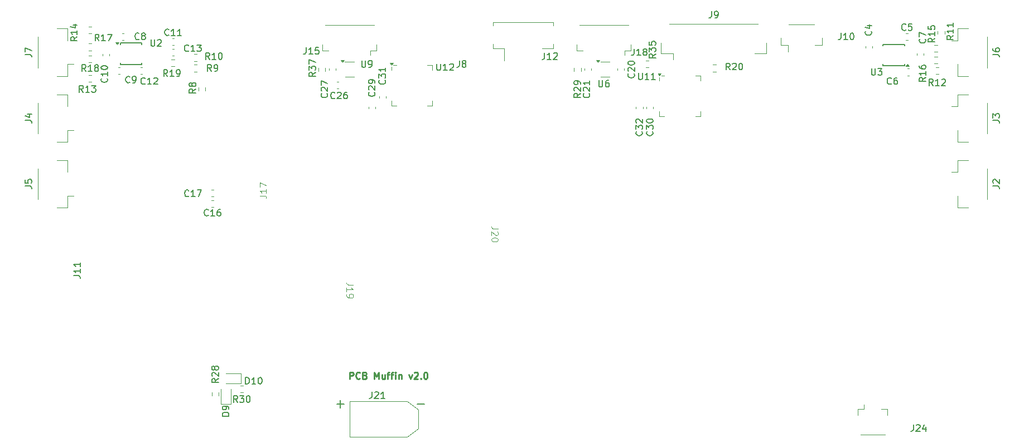
<source format=gbr>
%TF.GenerationSoftware,KiCad,Pcbnew,8.0.4*%
%TF.CreationDate,2024-09-02T08:00:42-07:00*%
%TF.ProjectId,Muffin,4d756666-696e-42e6-9b69-6361645f7063,rev?*%
%TF.SameCoordinates,Original*%
%TF.FileFunction,Legend,Top*%
%TF.FilePolarity,Positive*%
%FSLAX46Y46*%
G04 Gerber Fmt 4.6, Leading zero omitted, Abs format (unit mm)*
G04 Created by KiCad (PCBNEW 8.0.4) date 2024-09-02 08:00:42*
%MOMM*%
%LPD*%
G01*
G04 APERTURE LIST*
%ADD10C,0.250000*%
%ADD11C,0.150000*%
%ADD12C,0.100000*%
%ADD13C,0.120000*%
G04 APERTURE END LIST*
D10*
X98002568Y-104664619D02*
X98002568Y-103664619D01*
X98002568Y-103664619D02*
X98383520Y-103664619D01*
X98383520Y-103664619D02*
X98478758Y-103712238D01*
X98478758Y-103712238D02*
X98526377Y-103759857D01*
X98526377Y-103759857D02*
X98573996Y-103855095D01*
X98573996Y-103855095D02*
X98573996Y-103997952D01*
X98573996Y-103997952D02*
X98526377Y-104093190D01*
X98526377Y-104093190D02*
X98478758Y-104140809D01*
X98478758Y-104140809D02*
X98383520Y-104188428D01*
X98383520Y-104188428D02*
X98002568Y-104188428D01*
X99573996Y-104569380D02*
X99526377Y-104617000D01*
X99526377Y-104617000D02*
X99383520Y-104664619D01*
X99383520Y-104664619D02*
X99288282Y-104664619D01*
X99288282Y-104664619D02*
X99145425Y-104617000D01*
X99145425Y-104617000D02*
X99050187Y-104521761D01*
X99050187Y-104521761D02*
X99002568Y-104426523D01*
X99002568Y-104426523D02*
X98954949Y-104236047D01*
X98954949Y-104236047D02*
X98954949Y-104093190D01*
X98954949Y-104093190D02*
X99002568Y-103902714D01*
X99002568Y-103902714D02*
X99050187Y-103807476D01*
X99050187Y-103807476D02*
X99145425Y-103712238D01*
X99145425Y-103712238D02*
X99288282Y-103664619D01*
X99288282Y-103664619D02*
X99383520Y-103664619D01*
X99383520Y-103664619D02*
X99526377Y-103712238D01*
X99526377Y-103712238D02*
X99573996Y-103759857D01*
X100335901Y-104140809D02*
X100478758Y-104188428D01*
X100478758Y-104188428D02*
X100526377Y-104236047D01*
X100526377Y-104236047D02*
X100573996Y-104331285D01*
X100573996Y-104331285D02*
X100573996Y-104474142D01*
X100573996Y-104474142D02*
X100526377Y-104569380D01*
X100526377Y-104569380D02*
X100478758Y-104617000D01*
X100478758Y-104617000D02*
X100383520Y-104664619D01*
X100383520Y-104664619D02*
X100002568Y-104664619D01*
X100002568Y-104664619D02*
X100002568Y-103664619D01*
X100002568Y-103664619D02*
X100335901Y-103664619D01*
X100335901Y-103664619D02*
X100431139Y-103712238D01*
X100431139Y-103712238D02*
X100478758Y-103759857D01*
X100478758Y-103759857D02*
X100526377Y-103855095D01*
X100526377Y-103855095D02*
X100526377Y-103950333D01*
X100526377Y-103950333D02*
X100478758Y-104045571D01*
X100478758Y-104045571D02*
X100431139Y-104093190D01*
X100431139Y-104093190D02*
X100335901Y-104140809D01*
X100335901Y-104140809D02*
X100002568Y-104140809D01*
X101764473Y-104664619D02*
X101764473Y-103664619D01*
X101764473Y-103664619D02*
X102097806Y-104378904D01*
X102097806Y-104378904D02*
X102431139Y-103664619D01*
X102431139Y-103664619D02*
X102431139Y-104664619D01*
X103335901Y-103997952D02*
X103335901Y-104664619D01*
X102907330Y-103997952D02*
X102907330Y-104521761D01*
X102907330Y-104521761D02*
X102954949Y-104617000D01*
X102954949Y-104617000D02*
X103050187Y-104664619D01*
X103050187Y-104664619D02*
X103193044Y-104664619D01*
X103193044Y-104664619D02*
X103288282Y-104617000D01*
X103288282Y-104617000D02*
X103335901Y-104569380D01*
X103669235Y-103997952D02*
X104050187Y-103997952D01*
X103812092Y-104664619D02*
X103812092Y-103807476D01*
X103812092Y-103807476D02*
X103859711Y-103712238D01*
X103859711Y-103712238D02*
X103954949Y-103664619D01*
X103954949Y-103664619D02*
X104050187Y-103664619D01*
X104240664Y-103997952D02*
X104621616Y-103997952D01*
X104383521Y-104664619D02*
X104383521Y-103807476D01*
X104383521Y-103807476D02*
X104431140Y-103712238D01*
X104431140Y-103712238D02*
X104526378Y-103664619D01*
X104526378Y-103664619D02*
X104621616Y-103664619D01*
X104954950Y-104664619D02*
X104954950Y-103997952D01*
X104954950Y-103664619D02*
X104907331Y-103712238D01*
X104907331Y-103712238D02*
X104954950Y-103759857D01*
X104954950Y-103759857D02*
X105002569Y-103712238D01*
X105002569Y-103712238D02*
X104954950Y-103664619D01*
X104954950Y-103664619D02*
X104954950Y-103759857D01*
X105431140Y-103997952D02*
X105431140Y-104664619D01*
X105431140Y-104093190D02*
X105478759Y-104045571D01*
X105478759Y-104045571D02*
X105573997Y-103997952D01*
X105573997Y-103997952D02*
X105716854Y-103997952D01*
X105716854Y-103997952D02*
X105812092Y-104045571D01*
X105812092Y-104045571D02*
X105859711Y-104140809D01*
X105859711Y-104140809D02*
X105859711Y-104664619D01*
X107002569Y-103997952D02*
X107240664Y-104664619D01*
X107240664Y-104664619D02*
X107478759Y-103997952D01*
X107812093Y-103759857D02*
X107859712Y-103712238D01*
X107859712Y-103712238D02*
X107954950Y-103664619D01*
X107954950Y-103664619D02*
X108193045Y-103664619D01*
X108193045Y-103664619D02*
X108288283Y-103712238D01*
X108288283Y-103712238D02*
X108335902Y-103759857D01*
X108335902Y-103759857D02*
X108383521Y-103855095D01*
X108383521Y-103855095D02*
X108383521Y-103950333D01*
X108383521Y-103950333D02*
X108335902Y-104093190D01*
X108335902Y-104093190D02*
X107764474Y-104664619D01*
X107764474Y-104664619D02*
X108383521Y-104664619D01*
X108812093Y-104569380D02*
X108859712Y-104617000D01*
X108859712Y-104617000D02*
X108812093Y-104664619D01*
X108812093Y-104664619D02*
X108764474Y-104617000D01*
X108764474Y-104617000D02*
X108812093Y-104569380D01*
X108812093Y-104569380D02*
X108812093Y-104664619D01*
X109478759Y-103664619D02*
X109573997Y-103664619D01*
X109573997Y-103664619D02*
X109669235Y-103712238D01*
X109669235Y-103712238D02*
X109716854Y-103759857D01*
X109716854Y-103759857D02*
X109764473Y-103855095D01*
X109764473Y-103855095D02*
X109812092Y-104045571D01*
X109812092Y-104045571D02*
X109812092Y-104283666D01*
X109812092Y-104283666D02*
X109764473Y-104474142D01*
X109764473Y-104474142D02*
X109716854Y-104569380D01*
X109716854Y-104569380D02*
X109669235Y-104617000D01*
X109669235Y-104617000D02*
X109573997Y-104664619D01*
X109573997Y-104664619D02*
X109478759Y-104664619D01*
X109478759Y-104664619D02*
X109383521Y-104617000D01*
X109383521Y-104617000D02*
X109335902Y-104569380D01*
X109335902Y-104569380D02*
X109288283Y-104474142D01*
X109288283Y-104474142D02*
X109240664Y-104283666D01*
X109240664Y-104283666D02*
X109240664Y-104045571D01*
X109240664Y-104045571D02*
X109288283Y-103855095D01*
X109288283Y-103855095D02*
X109335902Y-103759857D01*
X109335902Y-103759857D02*
X109383521Y-103712238D01*
X109383521Y-103712238D02*
X109478759Y-103664619D01*
D11*
X111249405Y-56742319D02*
X111249405Y-57551842D01*
X111249405Y-57551842D02*
X111297024Y-57647080D01*
X111297024Y-57647080D02*
X111344643Y-57694700D01*
X111344643Y-57694700D02*
X111439881Y-57742319D01*
X111439881Y-57742319D02*
X111630357Y-57742319D01*
X111630357Y-57742319D02*
X111725595Y-57694700D01*
X111725595Y-57694700D02*
X111773214Y-57647080D01*
X111773214Y-57647080D02*
X111820833Y-57551842D01*
X111820833Y-57551842D02*
X111820833Y-56742319D01*
X112820833Y-57742319D02*
X112249405Y-57742319D01*
X112535119Y-57742319D02*
X112535119Y-56742319D01*
X112535119Y-56742319D02*
X112439881Y-56885176D01*
X112439881Y-56885176D02*
X112344643Y-56980414D01*
X112344643Y-56980414D02*
X112249405Y-57028033D01*
X113201786Y-56837557D02*
X113249405Y-56789938D01*
X113249405Y-56789938D02*
X113344643Y-56742319D01*
X113344643Y-56742319D02*
X113582738Y-56742319D01*
X113582738Y-56742319D02*
X113677976Y-56789938D01*
X113677976Y-56789938D02*
X113725595Y-56837557D01*
X113725595Y-56837557D02*
X113773214Y-56932795D01*
X113773214Y-56932795D02*
X113773214Y-57028033D01*
X113773214Y-57028033D02*
X113725595Y-57170890D01*
X113725595Y-57170890D02*
X113154167Y-57742319D01*
X113154167Y-57742319D02*
X113773214Y-57742319D01*
X195654819Y-65333333D02*
X196369104Y-65333333D01*
X196369104Y-65333333D02*
X196511961Y-65380952D01*
X196511961Y-65380952D02*
X196607200Y-65476190D01*
X196607200Y-65476190D02*
X196654819Y-65619047D01*
X196654819Y-65619047D02*
X196654819Y-65714285D01*
X195654819Y-64952380D02*
X195654819Y-64333333D01*
X195654819Y-64333333D02*
X196035771Y-64666666D01*
X196035771Y-64666666D02*
X196035771Y-64523809D01*
X196035771Y-64523809D02*
X196083390Y-64428571D01*
X196083390Y-64428571D02*
X196131009Y-64380952D01*
X196131009Y-64380952D02*
X196226247Y-64333333D01*
X196226247Y-64333333D02*
X196464342Y-64333333D01*
X196464342Y-64333333D02*
X196559580Y-64380952D01*
X196559580Y-64380952D02*
X196607200Y-64428571D01*
X196607200Y-64428571D02*
X196654819Y-64523809D01*
X196654819Y-64523809D02*
X196654819Y-64809523D01*
X196654819Y-64809523D02*
X196607200Y-64904761D01*
X196607200Y-64904761D02*
X196559580Y-64952380D01*
X134359580Y-61242857D02*
X134407200Y-61290476D01*
X134407200Y-61290476D02*
X134454819Y-61433333D01*
X134454819Y-61433333D02*
X134454819Y-61528571D01*
X134454819Y-61528571D02*
X134407200Y-61671428D01*
X134407200Y-61671428D02*
X134311961Y-61766666D01*
X134311961Y-61766666D02*
X134216723Y-61814285D01*
X134216723Y-61814285D02*
X134026247Y-61861904D01*
X134026247Y-61861904D02*
X133883390Y-61861904D01*
X133883390Y-61861904D02*
X133692914Y-61814285D01*
X133692914Y-61814285D02*
X133597676Y-61766666D01*
X133597676Y-61766666D02*
X133502438Y-61671428D01*
X133502438Y-61671428D02*
X133454819Y-61528571D01*
X133454819Y-61528571D02*
X133454819Y-61433333D01*
X133454819Y-61433333D02*
X133502438Y-61290476D01*
X133502438Y-61290476D02*
X133550057Y-61242857D01*
X133550057Y-60861904D02*
X133502438Y-60814285D01*
X133502438Y-60814285D02*
X133454819Y-60719047D01*
X133454819Y-60719047D02*
X133454819Y-60480952D01*
X133454819Y-60480952D02*
X133502438Y-60385714D01*
X133502438Y-60385714D02*
X133550057Y-60338095D01*
X133550057Y-60338095D02*
X133645295Y-60290476D01*
X133645295Y-60290476D02*
X133740533Y-60290476D01*
X133740533Y-60290476D02*
X133883390Y-60338095D01*
X133883390Y-60338095D02*
X134454819Y-60909523D01*
X134454819Y-60909523D02*
X134454819Y-60290476D01*
X134454819Y-59338095D02*
X134454819Y-59909523D01*
X134454819Y-59623809D02*
X133454819Y-59623809D01*
X133454819Y-59623809D02*
X133597676Y-59719047D01*
X133597676Y-59719047D02*
X133692914Y-59814285D01*
X133692914Y-59814285D02*
X133740533Y-59909523D01*
X152941666Y-48754819D02*
X152941666Y-49469104D01*
X152941666Y-49469104D02*
X152894047Y-49611961D01*
X152894047Y-49611961D02*
X152798809Y-49707200D01*
X152798809Y-49707200D02*
X152655952Y-49754819D01*
X152655952Y-49754819D02*
X152560714Y-49754819D01*
X153465476Y-49754819D02*
X153655952Y-49754819D01*
X153655952Y-49754819D02*
X153751190Y-49707200D01*
X153751190Y-49707200D02*
X153798809Y-49659580D01*
X153798809Y-49659580D02*
X153894047Y-49516723D01*
X153894047Y-49516723D02*
X153941666Y-49326247D01*
X153941666Y-49326247D02*
X153941666Y-48945295D01*
X153941666Y-48945295D02*
X153894047Y-48850057D01*
X153894047Y-48850057D02*
X153846428Y-48802438D01*
X153846428Y-48802438D02*
X153751190Y-48754819D01*
X153751190Y-48754819D02*
X153560714Y-48754819D01*
X153560714Y-48754819D02*
X153465476Y-48802438D01*
X153465476Y-48802438D02*
X153417857Y-48850057D01*
X153417857Y-48850057D02*
X153370238Y-48945295D01*
X153370238Y-48945295D02*
X153370238Y-49183390D01*
X153370238Y-49183390D02*
X153417857Y-49278628D01*
X153417857Y-49278628D02*
X153465476Y-49326247D01*
X153465476Y-49326247D02*
X153560714Y-49373866D01*
X153560714Y-49373866D02*
X153751190Y-49373866D01*
X153751190Y-49373866D02*
X153846428Y-49326247D01*
X153846428Y-49326247D02*
X153894047Y-49278628D01*
X153894047Y-49278628D02*
X153941666Y-49183390D01*
X127590476Y-55054819D02*
X127590476Y-55769104D01*
X127590476Y-55769104D02*
X127542857Y-55911961D01*
X127542857Y-55911961D02*
X127447619Y-56007200D01*
X127447619Y-56007200D02*
X127304762Y-56054819D01*
X127304762Y-56054819D02*
X127209524Y-56054819D01*
X128590476Y-56054819D02*
X128019048Y-56054819D01*
X128304762Y-56054819D02*
X128304762Y-55054819D01*
X128304762Y-55054819D02*
X128209524Y-55197676D01*
X128209524Y-55197676D02*
X128114286Y-55292914D01*
X128114286Y-55292914D02*
X128019048Y-55340533D01*
X128971429Y-55150057D02*
X129019048Y-55102438D01*
X129019048Y-55102438D02*
X129114286Y-55054819D01*
X129114286Y-55054819D02*
X129352381Y-55054819D01*
X129352381Y-55054819D02*
X129447619Y-55102438D01*
X129447619Y-55102438D02*
X129495238Y-55150057D01*
X129495238Y-55150057D02*
X129542857Y-55245295D01*
X129542857Y-55245295D02*
X129542857Y-55340533D01*
X129542857Y-55340533D02*
X129495238Y-55483390D01*
X129495238Y-55483390D02*
X128923810Y-56054819D01*
X128923810Y-56054819D02*
X129542857Y-56054819D01*
X80982142Y-108254819D02*
X80648809Y-107778628D01*
X80410714Y-108254819D02*
X80410714Y-107254819D01*
X80410714Y-107254819D02*
X80791666Y-107254819D01*
X80791666Y-107254819D02*
X80886904Y-107302438D01*
X80886904Y-107302438D02*
X80934523Y-107350057D01*
X80934523Y-107350057D02*
X80982142Y-107445295D01*
X80982142Y-107445295D02*
X80982142Y-107588152D01*
X80982142Y-107588152D02*
X80934523Y-107683390D01*
X80934523Y-107683390D02*
X80886904Y-107731009D01*
X80886904Y-107731009D02*
X80791666Y-107778628D01*
X80791666Y-107778628D02*
X80410714Y-107778628D01*
X81315476Y-107254819D02*
X81934523Y-107254819D01*
X81934523Y-107254819D02*
X81601190Y-107635771D01*
X81601190Y-107635771D02*
X81744047Y-107635771D01*
X81744047Y-107635771D02*
X81839285Y-107683390D01*
X81839285Y-107683390D02*
X81886904Y-107731009D01*
X81886904Y-107731009D02*
X81934523Y-107826247D01*
X81934523Y-107826247D02*
X81934523Y-108064342D01*
X81934523Y-108064342D02*
X81886904Y-108159580D01*
X81886904Y-108159580D02*
X81839285Y-108207200D01*
X81839285Y-108207200D02*
X81744047Y-108254819D01*
X81744047Y-108254819D02*
X81458333Y-108254819D01*
X81458333Y-108254819D02*
X81363095Y-108207200D01*
X81363095Y-108207200D02*
X81315476Y-108159580D01*
X82553571Y-107254819D02*
X82648809Y-107254819D01*
X82648809Y-107254819D02*
X82744047Y-107302438D01*
X82744047Y-107302438D02*
X82791666Y-107350057D01*
X82791666Y-107350057D02*
X82839285Y-107445295D01*
X82839285Y-107445295D02*
X82886904Y-107635771D01*
X82886904Y-107635771D02*
X82886904Y-107873866D01*
X82886904Y-107873866D02*
X82839285Y-108064342D01*
X82839285Y-108064342D02*
X82791666Y-108159580D01*
X82791666Y-108159580D02*
X82744047Y-108207200D01*
X82744047Y-108207200D02*
X82648809Y-108254819D01*
X82648809Y-108254819D02*
X82553571Y-108254819D01*
X82553571Y-108254819D02*
X82458333Y-108207200D01*
X82458333Y-108207200D02*
X82410714Y-108159580D01*
X82410714Y-108159580D02*
X82363095Y-108064342D01*
X82363095Y-108064342D02*
X82315476Y-107873866D01*
X82315476Y-107873866D02*
X82315476Y-107635771D01*
X82315476Y-107635771D02*
X82363095Y-107445295D01*
X82363095Y-107445295D02*
X82410714Y-107350057D01*
X82410714Y-107350057D02*
X82458333Y-107302438D01*
X82458333Y-107302438D02*
X82553571Y-107254819D01*
X56654819Y-52642857D02*
X56178628Y-52976190D01*
X56654819Y-53214285D02*
X55654819Y-53214285D01*
X55654819Y-53214285D02*
X55654819Y-52833333D01*
X55654819Y-52833333D02*
X55702438Y-52738095D01*
X55702438Y-52738095D02*
X55750057Y-52690476D01*
X55750057Y-52690476D02*
X55845295Y-52642857D01*
X55845295Y-52642857D02*
X55988152Y-52642857D01*
X55988152Y-52642857D02*
X56083390Y-52690476D01*
X56083390Y-52690476D02*
X56131009Y-52738095D01*
X56131009Y-52738095D02*
X56178628Y-52833333D01*
X56178628Y-52833333D02*
X56178628Y-53214285D01*
X56654819Y-51690476D02*
X56654819Y-52261904D01*
X56654819Y-51976190D02*
X55654819Y-51976190D01*
X55654819Y-51976190D02*
X55797676Y-52071428D01*
X55797676Y-52071428D02*
X55892914Y-52166666D01*
X55892914Y-52166666D02*
X55940533Y-52261904D01*
X55988152Y-50833333D02*
X56654819Y-50833333D01*
X55607200Y-51071428D02*
X56321485Y-51309523D01*
X56321485Y-51309523D02*
X56321485Y-50690476D01*
X64633333Y-59559580D02*
X64585714Y-59607200D01*
X64585714Y-59607200D02*
X64442857Y-59654819D01*
X64442857Y-59654819D02*
X64347619Y-59654819D01*
X64347619Y-59654819D02*
X64204762Y-59607200D01*
X64204762Y-59607200D02*
X64109524Y-59511961D01*
X64109524Y-59511961D02*
X64061905Y-59416723D01*
X64061905Y-59416723D02*
X64014286Y-59226247D01*
X64014286Y-59226247D02*
X64014286Y-59083390D01*
X64014286Y-59083390D02*
X64061905Y-58892914D01*
X64061905Y-58892914D02*
X64109524Y-58797676D01*
X64109524Y-58797676D02*
X64204762Y-58702438D01*
X64204762Y-58702438D02*
X64347619Y-58654819D01*
X64347619Y-58654819D02*
X64442857Y-58654819D01*
X64442857Y-58654819D02*
X64585714Y-58702438D01*
X64585714Y-58702438D02*
X64633333Y-58750057D01*
X65109524Y-59654819D02*
X65300000Y-59654819D01*
X65300000Y-59654819D02*
X65395238Y-59607200D01*
X65395238Y-59607200D02*
X65442857Y-59559580D01*
X65442857Y-59559580D02*
X65538095Y-59416723D01*
X65538095Y-59416723D02*
X65585714Y-59226247D01*
X65585714Y-59226247D02*
X65585714Y-58845295D01*
X65585714Y-58845295D02*
X65538095Y-58750057D01*
X65538095Y-58750057D02*
X65490476Y-58702438D01*
X65490476Y-58702438D02*
X65395238Y-58654819D01*
X65395238Y-58654819D02*
X65204762Y-58654819D01*
X65204762Y-58654819D02*
X65109524Y-58702438D01*
X65109524Y-58702438D02*
X65061905Y-58750057D01*
X65061905Y-58750057D02*
X65014286Y-58845295D01*
X65014286Y-58845295D02*
X65014286Y-59083390D01*
X65014286Y-59083390D02*
X65061905Y-59178628D01*
X65061905Y-59178628D02*
X65109524Y-59226247D01*
X65109524Y-59226247D02*
X65204762Y-59273866D01*
X65204762Y-59273866D02*
X65395238Y-59273866D01*
X65395238Y-59273866D02*
X65490476Y-59226247D01*
X65490476Y-59226247D02*
X65538095Y-59178628D01*
X65538095Y-59178628D02*
X65585714Y-59083390D01*
X114666666Y-56254819D02*
X114666666Y-56969104D01*
X114666666Y-56969104D02*
X114619047Y-57111961D01*
X114619047Y-57111961D02*
X114523809Y-57207200D01*
X114523809Y-57207200D02*
X114380952Y-57254819D01*
X114380952Y-57254819D02*
X114285714Y-57254819D01*
X115285714Y-56683390D02*
X115190476Y-56635771D01*
X115190476Y-56635771D02*
X115142857Y-56588152D01*
X115142857Y-56588152D02*
X115095238Y-56492914D01*
X115095238Y-56492914D02*
X115095238Y-56445295D01*
X115095238Y-56445295D02*
X115142857Y-56350057D01*
X115142857Y-56350057D02*
X115190476Y-56302438D01*
X115190476Y-56302438D02*
X115285714Y-56254819D01*
X115285714Y-56254819D02*
X115476190Y-56254819D01*
X115476190Y-56254819D02*
X115571428Y-56302438D01*
X115571428Y-56302438D02*
X115619047Y-56350057D01*
X115619047Y-56350057D02*
X115666666Y-56445295D01*
X115666666Y-56445295D02*
X115666666Y-56492914D01*
X115666666Y-56492914D02*
X115619047Y-56588152D01*
X115619047Y-56588152D02*
X115571428Y-56635771D01*
X115571428Y-56635771D02*
X115476190Y-56683390D01*
X115476190Y-56683390D02*
X115285714Y-56683390D01*
X115285714Y-56683390D02*
X115190476Y-56731009D01*
X115190476Y-56731009D02*
X115142857Y-56778628D01*
X115142857Y-56778628D02*
X115095238Y-56873866D01*
X115095238Y-56873866D02*
X115095238Y-57064342D01*
X115095238Y-57064342D02*
X115142857Y-57159580D01*
X115142857Y-57159580D02*
X115190476Y-57207200D01*
X115190476Y-57207200D02*
X115285714Y-57254819D01*
X115285714Y-57254819D02*
X115476190Y-57254819D01*
X115476190Y-57254819D02*
X115571428Y-57207200D01*
X115571428Y-57207200D02*
X115619047Y-57159580D01*
X115619047Y-57159580D02*
X115666666Y-57064342D01*
X115666666Y-57064342D02*
X115666666Y-56873866D01*
X115666666Y-56873866D02*
X115619047Y-56778628D01*
X115619047Y-56778628D02*
X115571428Y-56731009D01*
X115571428Y-56731009D02*
X115476190Y-56683390D01*
X94559580Y-61242857D02*
X94607200Y-61290476D01*
X94607200Y-61290476D02*
X94654819Y-61433333D01*
X94654819Y-61433333D02*
X94654819Y-61528571D01*
X94654819Y-61528571D02*
X94607200Y-61671428D01*
X94607200Y-61671428D02*
X94511961Y-61766666D01*
X94511961Y-61766666D02*
X94416723Y-61814285D01*
X94416723Y-61814285D02*
X94226247Y-61861904D01*
X94226247Y-61861904D02*
X94083390Y-61861904D01*
X94083390Y-61861904D02*
X93892914Y-61814285D01*
X93892914Y-61814285D02*
X93797676Y-61766666D01*
X93797676Y-61766666D02*
X93702438Y-61671428D01*
X93702438Y-61671428D02*
X93654819Y-61528571D01*
X93654819Y-61528571D02*
X93654819Y-61433333D01*
X93654819Y-61433333D02*
X93702438Y-61290476D01*
X93702438Y-61290476D02*
X93750057Y-61242857D01*
X93750057Y-60861904D02*
X93702438Y-60814285D01*
X93702438Y-60814285D02*
X93654819Y-60719047D01*
X93654819Y-60719047D02*
X93654819Y-60480952D01*
X93654819Y-60480952D02*
X93702438Y-60385714D01*
X93702438Y-60385714D02*
X93750057Y-60338095D01*
X93750057Y-60338095D02*
X93845295Y-60290476D01*
X93845295Y-60290476D02*
X93940533Y-60290476D01*
X93940533Y-60290476D02*
X94083390Y-60338095D01*
X94083390Y-60338095D02*
X94654819Y-60909523D01*
X94654819Y-60909523D02*
X94654819Y-60290476D01*
X93654819Y-59957142D02*
X93654819Y-59290476D01*
X93654819Y-59290476D02*
X94654819Y-59719047D01*
X48754819Y-75333333D02*
X49469104Y-75333333D01*
X49469104Y-75333333D02*
X49611961Y-75380952D01*
X49611961Y-75380952D02*
X49707200Y-75476190D01*
X49707200Y-75476190D02*
X49754819Y-75619047D01*
X49754819Y-75619047D02*
X49754819Y-75714285D01*
X48754819Y-74380952D02*
X48754819Y-74857142D01*
X48754819Y-74857142D02*
X49231009Y-74904761D01*
X49231009Y-74904761D02*
X49183390Y-74857142D01*
X49183390Y-74857142D02*
X49135771Y-74761904D01*
X49135771Y-74761904D02*
X49135771Y-74523809D01*
X49135771Y-74523809D02*
X49183390Y-74428571D01*
X49183390Y-74428571D02*
X49231009Y-74380952D01*
X49231009Y-74380952D02*
X49326247Y-74333333D01*
X49326247Y-74333333D02*
X49564342Y-74333333D01*
X49564342Y-74333333D02*
X49659580Y-74380952D01*
X49659580Y-74380952D02*
X49707200Y-74428571D01*
X49707200Y-74428571D02*
X49754819Y-74523809D01*
X49754819Y-74523809D02*
X49754819Y-74761904D01*
X49754819Y-74761904D02*
X49707200Y-74857142D01*
X49707200Y-74857142D02*
X49659580Y-74904761D01*
X177238095Y-57454819D02*
X177238095Y-58264342D01*
X177238095Y-58264342D02*
X177285714Y-58359580D01*
X177285714Y-58359580D02*
X177333333Y-58407200D01*
X177333333Y-58407200D02*
X177428571Y-58454819D01*
X177428571Y-58454819D02*
X177619047Y-58454819D01*
X177619047Y-58454819D02*
X177714285Y-58407200D01*
X177714285Y-58407200D02*
X177761904Y-58359580D01*
X177761904Y-58359580D02*
X177809523Y-58264342D01*
X177809523Y-58264342D02*
X177809523Y-57454819D01*
X178190476Y-57454819D02*
X178809523Y-57454819D01*
X178809523Y-57454819D02*
X178476190Y-57835771D01*
X178476190Y-57835771D02*
X178619047Y-57835771D01*
X178619047Y-57835771D02*
X178714285Y-57883390D01*
X178714285Y-57883390D02*
X178761904Y-57931009D01*
X178761904Y-57931009D02*
X178809523Y-58026247D01*
X178809523Y-58026247D02*
X178809523Y-58264342D01*
X178809523Y-58264342D02*
X178761904Y-58359580D01*
X178761904Y-58359580D02*
X178714285Y-58407200D01*
X178714285Y-58407200D02*
X178619047Y-58454819D01*
X178619047Y-58454819D02*
X178333333Y-58454819D01*
X178333333Y-58454819D02*
X178238095Y-58407200D01*
X178238095Y-58407200D02*
X178190476Y-58359580D01*
X76757142Y-56054819D02*
X76423809Y-55578628D01*
X76185714Y-56054819D02*
X76185714Y-55054819D01*
X76185714Y-55054819D02*
X76566666Y-55054819D01*
X76566666Y-55054819D02*
X76661904Y-55102438D01*
X76661904Y-55102438D02*
X76709523Y-55150057D01*
X76709523Y-55150057D02*
X76757142Y-55245295D01*
X76757142Y-55245295D02*
X76757142Y-55388152D01*
X76757142Y-55388152D02*
X76709523Y-55483390D01*
X76709523Y-55483390D02*
X76661904Y-55531009D01*
X76661904Y-55531009D02*
X76566666Y-55578628D01*
X76566666Y-55578628D02*
X76185714Y-55578628D01*
X77709523Y-56054819D02*
X77138095Y-56054819D01*
X77423809Y-56054819D02*
X77423809Y-55054819D01*
X77423809Y-55054819D02*
X77328571Y-55197676D01*
X77328571Y-55197676D02*
X77233333Y-55292914D01*
X77233333Y-55292914D02*
X77138095Y-55340533D01*
X78328571Y-55054819D02*
X78423809Y-55054819D01*
X78423809Y-55054819D02*
X78519047Y-55102438D01*
X78519047Y-55102438D02*
X78566666Y-55150057D01*
X78566666Y-55150057D02*
X78614285Y-55245295D01*
X78614285Y-55245295D02*
X78661904Y-55435771D01*
X78661904Y-55435771D02*
X78661904Y-55673866D01*
X78661904Y-55673866D02*
X78614285Y-55864342D01*
X78614285Y-55864342D02*
X78566666Y-55959580D01*
X78566666Y-55959580D02*
X78519047Y-56007200D01*
X78519047Y-56007200D02*
X78423809Y-56054819D01*
X78423809Y-56054819D02*
X78328571Y-56054819D01*
X78328571Y-56054819D02*
X78233333Y-56007200D01*
X78233333Y-56007200D02*
X78185714Y-55959580D01*
X78185714Y-55959580D02*
X78138095Y-55864342D01*
X78138095Y-55864342D02*
X78090476Y-55673866D01*
X78090476Y-55673866D02*
X78090476Y-55435771D01*
X78090476Y-55435771D02*
X78138095Y-55245295D01*
X78138095Y-55245295D02*
X78185714Y-55150057D01*
X78185714Y-55150057D02*
X78233333Y-55102438D01*
X78233333Y-55102438D02*
X78328571Y-55054819D01*
X59957142Y-53254819D02*
X59623809Y-52778628D01*
X59385714Y-53254819D02*
X59385714Y-52254819D01*
X59385714Y-52254819D02*
X59766666Y-52254819D01*
X59766666Y-52254819D02*
X59861904Y-52302438D01*
X59861904Y-52302438D02*
X59909523Y-52350057D01*
X59909523Y-52350057D02*
X59957142Y-52445295D01*
X59957142Y-52445295D02*
X59957142Y-52588152D01*
X59957142Y-52588152D02*
X59909523Y-52683390D01*
X59909523Y-52683390D02*
X59861904Y-52731009D01*
X59861904Y-52731009D02*
X59766666Y-52778628D01*
X59766666Y-52778628D02*
X59385714Y-52778628D01*
X60909523Y-53254819D02*
X60338095Y-53254819D01*
X60623809Y-53254819D02*
X60623809Y-52254819D01*
X60623809Y-52254819D02*
X60528571Y-52397676D01*
X60528571Y-52397676D02*
X60433333Y-52492914D01*
X60433333Y-52492914D02*
X60338095Y-52540533D01*
X61242857Y-52254819D02*
X61909523Y-52254819D01*
X61909523Y-52254819D02*
X61480952Y-53254819D01*
X141159580Y-58242857D02*
X141207200Y-58290476D01*
X141207200Y-58290476D02*
X141254819Y-58433333D01*
X141254819Y-58433333D02*
X141254819Y-58528571D01*
X141254819Y-58528571D02*
X141207200Y-58671428D01*
X141207200Y-58671428D02*
X141111961Y-58766666D01*
X141111961Y-58766666D02*
X141016723Y-58814285D01*
X141016723Y-58814285D02*
X140826247Y-58861904D01*
X140826247Y-58861904D02*
X140683390Y-58861904D01*
X140683390Y-58861904D02*
X140492914Y-58814285D01*
X140492914Y-58814285D02*
X140397676Y-58766666D01*
X140397676Y-58766666D02*
X140302438Y-58671428D01*
X140302438Y-58671428D02*
X140254819Y-58528571D01*
X140254819Y-58528571D02*
X140254819Y-58433333D01*
X140254819Y-58433333D02*
X140302438Y-58290476D01*
X140302438Y-58290476D02*
X140350057Y-58242857D01*
X140350057Y-57861904D02*
X140302438Y-57814285D01*
X140302438Y-57814285D02*
X140254819Y-57719047D01*
X140254819Y-57719047D02*
X140254819Y-57480952D01*
X140254819Y-57480952D02*
X140302438Y-57385714D01*
X140302438Y-57385714D02*
X140350057Y-57338095D01*
X140350057Y-57338095D02*
X140445295Y-57290476D01*
X140445295Y-57290476D02*
X140540533Y-57290476D01*
X140540533Y-57290476D02*
X140683390Y-57338095D01*
X140683390Y-57338095D02*
X141254819Y-57909523D01*
X141254819Y-57909523D02*
X141254819Y-57290476D01*
X140254819Y-56671428D02*
X140254819Y-56576190D01*
X140254819Y-56576190D02*
X140302438Y-56480952D01*
X140302438Y-56480952D02*
X140350057Y-56433333D01*
X140350057Y-56433333D02*
X140445295Y-56385714D01*
X140445295Y-56385714D02*
X140635771Y-56338095D01*
X140635771Y-56338095D02*
X140873866Y-56338095D01*
X140873866Y-56338095D02*
X141064342Y-56385714D01*
X141064342Y-56385714D02*
X141159580Y-56433333D01*
X141159580Y-56433333D02*
X141207200Y-56480952D01*
X141207200Y-56480952D02*
X141254819Y-56576190D01*
X141254819Y-56576190D02*
X141254819Y-56671428D01*
X141254819Y-56671428D02*
X141207200Y-56766666D01*
X141207200Y-56766666D02*
X141159580Y-56814285D01*
X141159580Y-56814285D02*
X141064342Y-56861904D01*
X141064342Y-56861904D02*
X140873866Y-56909523D01*
X140873866Y-56909523D02*
X140635771Y-56909523D01*
X140635771Y-56909523D02*
X140445295Y-56861904D01*
X140445295Y-56861904D02*
X140350057Y-56814285D01*
X140350057Y-56814285D02*
X140302438Y-56766666D01*
X140302438Y-56766666D02*
X140254819Y-56671428D01*
X186557142Y-60054819D02*
X186223809Y-59578628D01*
X185985714Y-60054819D02*
X185985714Y-59054819D01*
X185985714Y-59054819D02*
X186366666Y-59054819D01*
X186366666Y-59054819D02*
X186461904Y-59102438D01*
X186461904Y-59102438D02*
X186509523Y-59150057D01*
X186509523Y-59150057D02*
X186557142Y-59245295D01*
X186557142Y-59245295D02*
X186557142Y-59388152D01*
X186557142Y-59388152D02*
X186509523Y-59483390D01*
X186509523Y-59483390D02*
X186461904Y-59531009D01*
X186461904Y-59531009D02*
X186366666Y-59578628D01*
X186366666Y-59578628D02*
X185985714Y-59578628D01*
X187509523Y-60054819D02*
X186938095Y-60054819D01*
X187223809Y-60054819D02*
X187223809Y-59054819D01*
X187223809Y-59054819D02*
X187128571Y-59197676D01*
X187128571Y-59197676D02*
X187033333Y-59292914D01*
X187033333Y-59292914D02*
X186938095Y-59340533D01*
X187890476Y-59150057D02*
X187938095Y-59102438D01*
X187938095Y-59102438D02*
X188033333Y-59054819D01*
X188033333Y-59054819D02*
X188271428Y-59054819D01*
X188271428Y-59054819D02*
X188366666Y-59102438D01*
X188366666Y-59102438D02*
X188414285Y-59150057D01*
X188414285Y-59150057D02*
X188461904Y-59245295D01*
X188461904Y-59245295D02*
X188461904Y-59340533D01*
X188461904Y-59340533D02*
X188414285Y-59483390D01*
X188414285Y-59483390D02*
X187842857Y-60054819D01*
X187842857Y-60054819D02*
X188461904Y-60054819D01*
X195654819Y-75333333D02*
X196369104Y-75333333D01*
X196369104Y-75333333D02*
X196511961Y-75380952D01*
X196511961Y-75380952D02*
X196607200Y-75476190D01*
X196607200Y-75476190D02*
X196654819Y-75619047D01*
X196654819Y-75619047D02*
X196654819Y-75714285D01*
X195750057Y-74904761D02*
X195702438Y-74857142D01*
X195702438Y-74857142D02*
X195654819Y-74761904D01*
X195654819Y-74761904D02*
X195654819Y-74523809D01*
X195654819Y-74523809D02*
X195702438Y-74428571D01*
X195702438Y-74428571D02*
X195750057Y-74380952D01*
X195750057Y-74380952D02*
X195845295Y-74333333D01*
X195845295Y-74333333D02*
X195940533Y-74333333D01*
X195940533Y-74333333D02*
X196083390Y-74380952D01*
X196083390Y-74380952D02*
X196654819Y-74952380D01*
X196654819Y-74952380D02*
X196654819Y-74333333D01*
X180233333Y-59759580D02*
X180185714Y-59807200D01*
X180185714Y-59807200D02*
X180042857Y-59854819D01*
X180042857Y-59854819D02*
X179947619Y-59854819D01*
X179947619Y-59854819D02*
X179804762Y-59807200D01*
X179804762Y-59807200D02*
X179709524Y-59711961D01*
X179709524Y-59711961D02*
X179661905Y-59616723D01*
X179661905Y-59616723D02*
X179614286Y-59426247D01*
X179614286Y-59426247D02*
X179614286Y-59283390D01*
X179614286Y-59283390D02*
X179661905Y-59092914D01*
X179661905Y-59092914D02*
X179709524Y-58997676D01*
X179709524Y-58997676D02*
X179804762Y-58902438D01*
X179804762Y-58902438D02*
X179947619Y-58854819D01*
X179947619Y-58854819D02*
X180042857Y-58854819D01*
X180042857Y-58854819D02*
X180185714Y-58902438D01*
X180185714Y-58902438D02*
X180233333Y-58950057D01*
X181090476Y-58854819D02*
X180900000Y-58854819D01*
X180900000Y-58854819D02*
X180804762Y-58902438D01*
X180804762Y-58902438D02*
X180757143Y-58950057D01*
X180757143Y-58950057D02*
X180661905Y-59092914D01*
X180661905Y-59092914D02*
X180614286Y-59283390D01*
X180614286Y-59283390D02*
X180614286Y-59664342D01*
X180614286Y-59664342D02*
X180661905Y-59759580D01*
X180661905Y-59759580D02*
X180709524Y-59807200D01*
X180709524Y-59807200D02*
X180804762Y-59854819D01*
X180804762Y-59854819D02*
X180995238Y-59854819D01*
X180995238Y-59854819D02*
X181090476Y-59807200D01*
X181090476Y-59807200D02*
X181138095Y-59759580D01*
X181138095Y-59759580D02*
X181185714Y-59664342D01*
X181185714Y-59664342D02*
X181185714Y-59426247D01*
X181185714Y-59426247D02*
X181138095Y-59331009D01*
X181138095Y-59331009D02*
X181090476Y-59283390D01*
X181090476Y-59283390D02*
X180995238Y-59235771D01*
X180995238Y-59235771D02*
X180804762Y-59235771D01*
X180804762Y-59235771D02*
X180709524Y-59283390D01*
X180709524Y-59283390D02*
X180661905Y-59331009D01*
X180661905Y-59331009D02*
X180614286Y-59426247D01*
X73582142Y-76849580D02*
X73534523Y-76897200D01*
X73534523Y-76897200D02*
X73391666Y-76944819D01*
X73391666Y-76944819D02*
X73296428Y-76944819D01*
X73296428Y-76944819D02*
X73153571Y-76897200D01*
X73153571Y-76897200D02*
X73058333Y-76801961D01*
X73058333Y-76801961D02*
X73010714Y-76706723D01*
X73010714Y-76706723D02*
X72963095Y-76516247D01*
X72963095Y-76516247D02*
X72963095Y-76373390D01*
X72963095Y-76373390D02*
X73010714Y-76182914D01*
X73010714Y-76182914D02*
X73058333Y-76087676D01*
X73058333Y-76087676D02*
X73153571Y-75992438D01*
X73153571Y-75992438D02*
X73296428Y-75944819D01*
X73296428Y-75944819D02*
X73391666Y-75944819D01*
X73391666Y-75944819D02*
X73534523Y-75992438D01*
X73534523Y-75992438D02*
X73582142Y-76040057D01*
X74534523Y-76944819D02*
X73963095Y-76944819D01*
X74248809Y-76944819D02*
X74248809Y-75944819D01*
X74248809Y-75944819D02*
X74153571Y-76087676D01*
X74153571Y-76087676D02*
X74058333Y-76182914D01*
X74058333Y-76182914D02*
X73963095Y-76230533D01*
X74867857Y-75944819D02*
X75534523Y-75944819D01*
X75534523Y-75944819D02*
X75105952Y-76944819D01*
X57957142Y-57884819D02*
X57623809Y-57408628D01*
X57385714Y-57884819D02*
X57385714Y-56884819D01*
X57385714Y-56884819D02*
X57766666Y-56884819D01*
X57766666Y-56884819D02*
X57861904Y-56932438D01*
X57861904Y-56932438D02*
X57909523Y-56980057D01*
X57909523Y-56980057D02*
X57957142Y-57075295D01*
X57957142Y-57075295D02*
X57957142Y-57218152D01*
X57957142Y-57218152D02*
X57909523Y-57313390D01*
X57909523Y-57313390D02*
X57861904Y-57361009D01*
X57861904Y-57361009D02*
X57766666Y-57408628D01*
X57766666Y-57408628D02*
X57385714Y-57408628D01*
X58909523Y-57884819D02*
X58338095Y-57884819D01*
X58623809Y-57884819D02*
X58623809Y-56884819D01*
X58623809Y-56884819D02*
X58528571Y-57027676D01*
X58528571Y-57027676D02*
X58433333Y-57122914D01*
X58433333Y-57122914D02*
X58338095Y-57170533D01*
X59480952Y-57313390D02*
X59385714Y-57265771D01*
X59385714Y-57265771D02*
X59338095Y-57218152D01*
X59338095Y-57218152D02*
X59290476Y-57122914D01*
X59290476Y-57122914D02*
X59290476Y-57075295D01*
X59290476Y-57075295D02*
X59338095Y-56980057D01*
X59338095Y-56980057D02*
X59385714Y-56932438D01*
X59385714Y-56932438D02*
X59480952Y-56884819D01*
X59480952Y-56884819D02*
X59671428Y-56884819D01*
X59671428Y-56884819D02*
X59766666Y-56932438D01*
X59766666Y-56932438D02*
X59814285Y-56980057D01*
X59814285Y-56980057D02*
X59861904Y-57075295D01*
X59861904Y-57075295D02*
X59861904Y-57122914D01*
X59861904Y-57122914D02*
X59814285Y-57218152D01*
X59814285Y-57218152D02*
X59766666Y-57265771D01*
X59766666Y-57265771D02*
X59671428Y-57313390D01*
X59671428Y-57313390D02*
X59480952Y-57313390D01*
X59480952Y-57313390D02*
X59385714Y-57361009D01*
X59385714Y-57361009D02*
X59338095Y-57408628D01*
X59338095Y-57408628D02*
X59290476Y-57503866D01*
X59290476Y-57503866D02*
X59290476Y-57694342D01*
X59290476Y-57694342D02*
X59338095Y-57789580D01*
X59338095Y-57789580D02*
X59385714Y-57837200D01*
X59385714Y-57837200D02*
X59480952Y-57884819D01*
X59480952Y-57884819D02*
X59671428Y-57884819D01*
X59671428Y-57884819D02*
X59766666Y-57837200D01*
X59766666Y-57837200D02*
X59814285Y-57789580D01*
X59814285Y-57789580D02*
X59861904Y-57694342D01*
X59861904Y-57694342D02*
X59861904Y-57503866D01*
X59861904Y-57503866D02*
X59814285Y-57408628D01*
X59814285Y-57408628D02*
X59766666Y-57361009D01*
X59766666Y-57361009D02*
X59671428Y-57313390D01*
X57557142Y-61054819D02*
X57223809Y-60578628D01*
X56985714Y-61054819D02*
X56985714Y-60054819D01*
X56985714Y-60054819D02*
X57366666Y-60054819D01*
X57366666Y-60054819D02*
X57461904Y-60102438D01*
X57461904Y-60102438D02*
X57509523Y-60150057D01*
X57509523Y-60150057D02*
X57557142Y-60245295D01*
X57557142Y-60245295D02*
X57557142Y-60388152D01*
X57557142Y-60388152D02*
X57509523Y-60483390D01*
X57509523Y-60483390D02*
X57461904Y-60531009D01*
X57461904Y-60531009D02*
X57366666Y-60578628D01*
X57366666Y-60578628D02*
X56985714Y-60578628D01*
X58509523Y-61054819D02*
X57938095Y-61054819D01*
X58223809Y-61054819D02*
X58223809Y-60054819D01*
X58223809Y-60054819D02*
X58128571Y-60197676D01*
X58128571Y-60197676D02*
X58033333Y-60292914D01*
X58033333Y-60292914D02*
X57938095Y-60340533D01*
X58842857Y-60054819D02*
X59461904Y-60054819D01*
X59461904Y-60054819D02*
X59128571Y-60435771D01*
X59128571Y-60435771D02*
X59271428Y-60435771D01*
X59271428Y-60435771D02*
X59366666Y-60483390D01*
X59366666Y-60483390D02*
X59414285Y-60531009D01*
X59414285Y-60531009D02*
X59461904Y-60626247D01*
X59461904Y-60626247D02*
X59461904Y-60864342D01*
X59461904Y-60864342D02*
X59414285Y-60959580D01*
X59414285Y-60959580D02*
X59366666Y-61007200D01*
X59366666Y-61007200D02*
X59271428Y-61054819D01*
X59271428Y-61054819D02*
X58985714Y-61054819D01*
X58985714Y-61054819D02*
X58890476Y-61007200D01*
X58890476Y-61007200D02*
X58842857Y-60959580D01*
X103359580Y-59242857D02*
X103407200Y-59290476D01*
X103407200Y-59290476D02*
X103454819Y-59433333D01*
X103454819Y-59433333D02*
X103454819Y-59528571D01*
X103454819Y-59528571D02*
X103407200Y-59671428D01*
X103407200Y-59671428D02*
X103311961Y-59766666D01*
X103311961Y-59766666D02*
X103216723Y-59814285D01*
X103216723Y-59814285D02*
X103026247Y-59861904D01*
X103026247Y-59861904D02*
X102883390Y-59861904D01*
X102883390Y-59861904D02*
X102692914Y-59814285D01*
X102692914Y-59814285D02*
X102597676Y-59766666D01*
X102597676Y-59766666D02*
X102502438Y-59671428D01*
X102502438Y-59671428D02*
X102454819Y-59528571D01*
X102454819Y-59528571D02*
X102454819Y-59433333D01*
X102454819Y-59433333D02*
X102502438Y-59290476D01*
X102502438Y-59290476D02*
X102550057Y-59242857D01*
X102454819Y-58909523D02*
X102454819Y-58290476D01*
X102454819Y-58290476D02*
X102835771Y-58623809D01*
X102835771Y-58623809D02*
X102835771Y-58480952D01*
X102835771Y-58480952D02*
X102883390Y-58385714D01*
X102883390Y-58385714D02*
X102931009Y-58338095D01*
X102931009Y-58338095D02*
X103026247Y-58290476D01*
X103026247Y-58290476D02*
X103264342Y-58290476D01*
X103264342Y-58290476D02*
X103359580Y-58338095D01*
X103359580Y-58338095D02*
X103407200Y-58385714D01*
X103407200Y-58385714D02*
X103454819Y-58480952D01*
X103454819Y-58480952D02*
X103454819Y-58766666D01*
X103454819Y-58766666D02*
X103407200Y-58861904D01*
X103407200Y-58861904D02*
X103359580Y-58909523D01*
X103454819Y-57338095D02*
X103454819Y-57909523D01*
X103454819Y-57623809D02*
X102454819Y-57623809D01*
X102454819Y-57623809D02*
X102597676Y-57719047D01*
X102597676Y-57719047D02*
X102692914Y-57814285D01*
X102692914Y-57814285D02*
X102740533Y-57909523D01*
X141190476Y-54454819D02*
X141190476Y-55169104D01*
X141190476Y-55169104D02*
X141142857Y-55311961D01*
X141142857Y-55311961D02*
X141047619Y-55407200D01*
X141047619Y-55407200D02*
X140904762Y-55454819D01*
X140904762Y-55454819D02*
X140809524Y-55454819D01*
X142190476Y-55454819D02*
X141619048Y-55454819D01*
X141904762Y-55454819D02*
X141904762Y-54454819D01*
X141904762Y-54454819D02*
X141809524Y-54597676D01*
X141809524Y-54597676D02*
X141714286Y-54692914D01*
X141714286Y-54692914D02*
X141619048Y-54740533D01*
X142761905Y-54883390D02*
X142666667Y-54835771D01*
X142666667Y-54835771D02*
X142619048Y-54788152D01*
X142619048Y-54788152D02*
X142571429Y-54692914D01*
X142571429Y-54692914D02*
X142571429Y-54645295D01*
X142571429Y-54645295D02*
X142619048Y-54550057D01*
X142619048Y-54550057D02*
X142666667Y-54502438D01*
X142666667Y-54502438D02*
X142761905Y-54454819D01*
X142761905Y-54454819D02*
X142952381Y-54454819D01*
X142952381Y-54454819D02*
X143047619Y-54502438D01*
X143047619Y-54502438D02*
X143095238Y-54550057D01*
X143095238Y-54550057D02*
X143142857Y-54645295D01*
X143142857Y-54645295D02*
X143142857Y-54692914D01*
X143142857Y-54692914D02*
X143095238Y-54788152D01*
X143095238Y-54788152D02*
X143047619Y-54835771D01*
X143047619Y-54835771D02*
X142952381Y-54883390D01*
X142952381Y-54883390D02*
X142761905Y-54883390D01*
X142761905Y-54883390D02*
X142666667Y-54931009D01*
X142666667Y-54931009D02*
X142619048Y-54978628D01*
X142619048Y-54978628D02*
X142571429Y-55073866D01*
X142571429Y-55073866D02*
X142571429Y-55264342D01*
X142571429Y-55264342D02*
X142619048Y-55359580D01*
X142619048Y-55359580D02*
X142666667Y-55407200D01*
X142666667Y-55407200D02*
X142761905Y-55454819D01*
X142761905Y-55454819D02*
X142952381Y-55454819D01*
X142952381Y-55454819D02*
X143047619Y-55407200D01*
X143047619Y-55407200D02*
X143095238Y-55359580D01*
X143095238Y-55359580D02*
X143142857Y-55264342D01*
X143142857Y-55264342D02*
X143142857Y-55073866D01*
X143142857Y-55073866D02*
X143095238Y-54978628D01*
X143095238Y-54978628D02*
X143047619Y-54931009D01*
X143047619Y-54931009D02*
X142952381Y-54883390D01*
X185454819Y-58842857D02*
X184978628Y-59176190D01*
X185454819Y-59414285D02*
X184454819Y-59414285D01*
X184454819Y-59414285D02*
X184454819Y-59033333D01*
X184454819Y-59033333D02*
X184502438Y-58938095D01*
X184502438Y-58938095D02*
X184550057Y-58890476D01*
X184550057Y-58890476D02*
X184645295Y-58842857D01*
X184645295Y-58842857D02*
X184788152Y-58842857D01*
X184788152Y-58842857D02*
X184883390Y-58890476D01*
X184883390Y-58890476D02*
X184931009Y-58938095D01*
X184931009Y-58938095D02*
X184978628Y-59033333D01*
X184978628Y-59033333D02*
X184978628Y-59414285D01*
X185454819Y-57890476D02*
X185454819Y-58461904D01*
X185454819Y-58176190D02*
X184454819Y-58176190D01*
X184454819Y-58176190D02*
X184597676Y-58271428D01*
X184597676Y-58271428D02*
X184692914Y-58366666D01*
X184692914Y-58366666D02*
X184740533Y-58461904D01*
X184454819Y-57033333D02*
X184454819Y-57223809D01*
X184454819Y-57223809D02*
X184502438Y-57319047D01*
X184502438Y-57319047D02*
X184550057Y-57366666D01*
X184550057Y-57366666D02*
X184692914Y-57461904D01*
X184692914Y-57461904D02*
X184883390Y-57509523D01*
X184883390Y-57509523D02*
X185264342Y-57509523D01*
X185264342Y-57509523D02*
X185359580Y-57461904D01*
X185359580Y-57461904D02*
X185407200Y-57414285D01*
X185407200Y-57414285D02*
X185454819Y-57319047D01*
X185454819Y-57319047D02*
X185454819Y-57128571D01*
X185454819Y-57128571D02*
X185407200Y-57033333D01*
X185407200Y-57033333D02*
X185359580Y-56985714D01*
X185359580Y-56985714D02*
X185264342Y-56938095D01*
X185264342Y-56938095D02*
X185026247Y-56938095D01*
X185026247Y-56938095D02*
X184931009Y-56985714D01*
X184931009Y-56985714D02*
X184883390Y-57033333D01*
X184883390Y-57033333D02*
X184835771Y-57128571D01*
X184835771Y-57128571D02*
X184835771Y-57319047D01*
X184835771Y-57319047D02*
X184883390Y-57414285D01*
X184883390Y-57414285D02*
X184931009Y-57461904D01*
X184931009Y-57461904D02*
X185026247Y-57509523D01*
X70357142Y-58654819D02*
X70023809Y-58178628D01*
X69785714Y-58654819D02*
X69785714Y-57654819D01*
X69785714Y-57654819D02*
X70166666Y-57654819D01*
X70166666Y-57654819D02*
X70261904Y-57702438D01*
X70261904Y-57702438D02*
X70309523Y-57750057D01*
X70309523Y-57750057D02*
X70357142Y-57845295D01*
X70357142Y-57845295D02*
X70357142Y-57988152D01*
X70357142Y-57988152D02*
X70309523Y-58083390D01*
X70309523Y-58083390D02*
X70261904Y-58131009D01*
X70261904Y-58131009D02*
X70166666Y-58178628D01*
X70166666Y-58178628D02*
X69785714Y-58178628D01*
X71309523Y-58654819D02*
X70738095Y-58654819D01*
X71023809Y-58654819D02*
X71023809Y-57654819D01*
X71023809Y-57654819D02*
X70928571Y-57797676D01*
X70928571Y-57797676D02*
X70833333Y-57892914D01*
X70833333Y-57892914D02*
X70738095Y-57940533D01*
X71785714Y-58654819D02*
X71976190Y-58654819D01*
X71976190Y-58654819D02*
X72071428Y-58607200D01*
X72071428Y-58607200D02*
X72119047Y-58559580D01*
X72119047Y-58559580D02*
X72214285Y-58416723D01*
X72214285Y-58416723D02*
X72261904Y-58226247D01*
X72261904Y-58226247D02*
X72261904Y-57845295D01*
X72261904Y-57845295D02*
X72214285Y-57750057D01*
X72214285Y-57750057D02*
X72166666Y-57702438D01*
X72166666Y-57702438D02*
X72071428Y-57654819D01*
X72071428Y-57654819D02*
X71880952Y-57654819D01*
X71880952Y-57654819D02*
X71785714Y-57702438D01*
X71785714Y-57702438D02*
X71738095Y-57750057D01*
X71738095Y-57750057D02*
X71690476Y-57845295D01*
X71690476Y-57845295D02*
X71690476Y-58083390D01*
X71690476Y-58083390D02*
X71738095Y-58178628D01*
X71738095Y-58178628D02*
X71785714Y-58226247D01*
X71785714Y-58226247D02*
X71880952Y-58273866D01*
X71880952Y-58273866D02*
X72071428Y-58273866D01*
X72071428Y-58273866D02*
X72166666Y-58226247D01*
X72166666Y-58226247D02*
X72214285Y-58178628D01*
X72214285Y-58178628D02*
X72261904Y-58083390D01*
X92854819Y-58042857D02*
X92378628Y-58376190D01*
X92854819Y-58614285D02*
X91854819Y-58614285D01*
X91854819Y-58614285D02*
X91854819Y-58233333D01*
X91854819Y-58233333D02*
X91902438Y-58138095D01*
X91902438Y-58138095D02*
X91950057Y-58090476D01*
X91950057Y-58090476D02*
X92045295Y-58042857D01*
X92045295Y-58042857D02*
X92188152Y-58042857D01*
X92188152Y-58042857D02*
X92283390Y-58090476D01*
X92283390Y-58090476D02*
X92331009Y-58138095D01*
X92331009Y-58138095D02*
X92378628Y-58233333D01*
X92378628Y-58233333D02*
X92378628Y-58614285D01*
X91854819Y-57709523D02*
X91854819Y-57090476D01*
X91854819Y-57090476D02*
X92235771Y-57423809D01*
X92235771Y-57423809D02*
X92235771Y-57280952D01*
X92235771Y-57280952D02*
X92283390Y-57185714D01*
X92283390Y-57185714D02*
X92331009Y-57138095D01*
X92331009Y-57138095D02*
X92426247Y-57090476D01*
X92426247Y-57090476D02*
X92664342Y-57090476D01*
X92664342Y-57090476D02*
X92759580Y-57138095D01*
X92759580Y-57138095D02*
X92807200Y-57185714D01*
X92807200Y-57185714D02*
X92854819Y-57280952D01*
X92854819Y-57280952D02*
X92854819Y-57566666D01*
X92854819Y-57566666D02*
X92807200Y-57661904D01*
X92807200Y-57661904D02*
X92759580Y-57709523D01*
X91854819Y-56757142D02*
X91854819Y-56090476D01*
X91854819Y-56090476D02*
X92854819Y-56519047D01*
X135838095Y-59254819D02*
X135838095Y-60064342D01*
X135838095Y-60064342D02*
X135885714Y-60159580D01*
X135885714Y-60159580D02*
X135933333Y-60207200D01*
X135933333Y-60207200D02*
X136028571Y-60254819D01*
X136028571Y-60254819D02*
X136219047Y-60254819D01*
X136219047Y-60254819D02*
X136314285Y-60207200D01*
X136314285Y-60207200D02*
X136361904Y-60159580D01*
X136361904Y-60159580D02*
X136409523Y-60064342D01*
X136409523Y-60064342D02*
X136409523Y-59254819D01*
X137314285Y-59254819D02*
X137123809Y-59254819D01*
X137123809Y-59254819D02*
X137028571Y-59302438D01*
X137028571Y-59302438D02*
X136980952Y-59350057D01*
X136980952Y-59350057D02*
X136885714Y-59492914D01*
X136885714Y-59492914D02*
X136838095Y-59683390D01*
X136838095Y-59683390D02*
X136838095Y-60064342D01*
X136838095Y-60064342D02*
X136885714Y-60159580D01*
X136885714Y-60159580D02*
X136933333Y-60207200D01*
X136933333Y-60207200D02*
X137028571Y-60254819D01*
X137028571Y-60254819D02*
X137219047Y-60254819D01*
X137219047Y-60254819D02*
X137314285Y-60207200D01*
X137314285Y-60207200D02*
X137361904Y-60159580D01*
X137361904Y-60159580D02*
X137409523Y-60064342D01*
X137409523Y-60064342D02*
X137409523Y-59826247D01*
X137409523Y-59826247D02*
X137361904Y-59731009D01*
X137361904Y-59731009D02*
X137314285Y-59683390D01*
X137314285Y-59683390D02*
X137219047Y-59635771D01*
X137219047Y-59635771D02*
X137028571Y-59635771D01*
X137028571Y-59635771D02*
X136933333Y-59683390D01*
X136933333Y-59683390D02*
X136885714Y-59731009D01*
X136885714Y-59731009D02*
X136838095Y-59826247D01*
X186854819Y-52842857D02*
X186378628Y-53176190D01*
X186854819Y-53414285D02*
X185854819Y-53414285D01*
X185854819Y-53414285D02*
X185854819Y-53033333D01*
X185854819Y-53033333D02*
X185902438Y-52938095D01*
X185902438Y-52938095D02*
X185950057Y-52890476D01*
X185950057Y-52890476D02*
X186045295Y-52842857D01*
X186045295Y-52842857D02*
X186188152Y-52842857D01*
X186188152Y-52842857D02*
X186283390Y-52890476D01*
X186283390Y-52890476D02*
X186331009Y-52938095D01*
X186331009Y-52938095D02*
X186378628Y-53033333D01*
X186378628Y-53033333D02*
X186378628Y-53414285D01*
X186854819Y-51890476D02*
X186854819Y-52461904D01*
X186854819Y-52176190D02*
X185854819Y-52176190D01*
X185854819Y-52176190D02*
X185997676Y-52271428D01*
X185997676Y-52271428D02*
X186092914Y-52366666D01*
X186092914Y-52366666D02*
X186140533Y-52461904D01*
X185854819Y-50985714D02*
X185854819Y-51461904D01*
X185854819Y-51461904D02*
X186331009Y-51509523D01*
X186331009Y-51509523D02*
X186283390Y-51461904D01*
X186283390Y-51461904D02*
X186235771Y-51366666D01*
X186235771Y-51366666D02*
X186235771Y-51128571D01*
X186235771Y-51128571D02*
X186283390Y-51033333D01*
X186283390Y-51033333D02*
X186331009Y-50985714D01*
X186331009Y-50985714D02*
X186426247Y-50938095D01*
X186426247Y-50938095D02*
X186664342Y-50938095D01*
X186664342Y-50938095D02*
X186759580Y-50985714D01*
X186759580Y-50985714D02*
X186807200Y-51033333D01*
X186807200Y-51033333D02*
X186854819Y-51128571D01*
X186854819Y-51128571D02*
X186854819Y-51366666D01*
X186854819Y-51366666D02*
X186807200Y-51461904D01*
X186807200Y-51461904D02*
X186759580Y-51509523D01*
X143959580Y-67042857D02*
X144007200Y-67090476D01*
X144007200Y-67090476D02*
X144054819Y-67233333D01*
X144054819Y-67233333D02*
X144054819Y-67328571D01*
X144054819Y-67328571D02*
X144007200Y-67471428D01*
X144007200Y-67471428D02*
X143911961Y-67566666D01*
X143911961Y-67566666D02*
X143816723Y-67614285D01*
X143816723Y-67614285D02*
X143626247Y-67661904D01*
X143626247Y-67661904D02*
X143483390Y-67661904D01*
X143483390Y-67661904D02*
X143292914Y-67614285D01*
X143292914Y-67614285D02*
X143197676Y-67566666D01*
X143197676Y-67566666D02*
X143102438Y-67471428D01*
X143102438Y-67471428D02*
X143054819Y-67328571D01*
X143054819Y-67328571D02*
X143054819Y-67233333D01*
X143054819Y-67233333D02*
X143102438Y-67090476D01*
X143102438Y-67090476D02*
X143150057Y-67042857D01*
X143054819Y-66709523D02*
X143054819Y-66090476D01*
X143054819Y-66090476D02*
X143435771Y-66423809D01*
X143435771Y-66423809D02*
X143435771Y-66280952D01*
X143435771Y-66280952D02*
X143483390Y-66185714D01*
X143483390Y-66185714D02*
X143531009Y-66138095D01*
X143531009Y-66138095D02*
X143626247Y-66090476D01*
X143626247Y-66090476D02*
X143864342Y-66090476D01*
X143864342Y-66090476D02*
X143959580Y-66138095D01*
X143959580Y-66138095D02*
X144007200Y-66185714D01*
X144007200Y-66185714D02*
X144054819Y-66280952D01*
X144054819Y-66280952D02*
X144054819Y-66566666D01*
X144054819Y-66566666D02*
X144007200Y-66661904D01*
X144007200Y-66661904D02*
X143959580Y-66709523D01*
X143054819Y-65471428D02*
X143054819Y-65376190D01*
X143054819Y-65376190D02*
X143102438Y-65280952D01*
X143102438Y-65280952D02*
X143150057Y-65233333D01*
X143150057Y-65233333D02*
X143245295Y-65185714D01*
X143245295Y-65185714D02*
X143435771Y-65138095D01*
X143435771Y-65138095D02*
X143673866Y-65138095D01*
X143673866Y-65138095D02*
X143864342Y-65185714D01*
X143864342Y-65185714D02*
X143959580Y-65233333D01*
X143959580Y-65233333D02*
X144007200Y-65280952D01*
X144007200Y-65280952D02*
X144054819Y-65376190D01*
X144054819Y-65376190D02*
X144054819Y-65471428D01*
X144054819Y-65471428D02*
X144007200Y-65566666D01*
X144007200Y-65566666D02*
X143959580Y-65614285D01*
X143959580Y-65614285D02*
X143864342Y-65661904D01*
X143864342Y-65661904D02*
X143673866Y-65709523D01*
X143673866Y-65709523D02*
X143435771Y-65709523D01*
X143435771Y-65709523D02*
X143245295Y-65661904D01*
X143245295Y-65661904D02*
X143150057Y-65614285D01*
X143150057Y-65614285D02*
X143102438Y-65566666D01*
X143102438Y-65566666D02*
X143054819Y-65471428D01*
D12*
X98542580Y-90390476D02*
X97828295Y-90390476D01*
X97828295Y-90390476D02*
X97685438Y-90342857D01*
X97685438Y-90342857D02*
X97590200Y-90247619D01*
X97590200Y-90247619D02*
X97542580Y-90104762D01*
X97542580Y-90104762D02*
X97542580Y-90009524D01*
X97542580Y-91390476D02*
X97542580Y-90819048D01*
X97542580Y-91104762D02*
X98542580Y-91104762D01*
X98542580Y-91104762D02*
X98399723Y-91009524D01*
X98399723Y-91009524D02*
X98304485Y-90914286D01*
X98304485Y-90914286D02*
X98256866Y-90819048D01*
X97542580Y-91866667D02*
X97542580Y-92057143D01*
X97542580Y-92057143D02*
X97590200Y-92152381D01*
X97590200Y-92152381D02*
X97637819Y-92200000D01*
X97637819Y-92200000D02*
X97780676Y-92295238D01*
X97780676Y-92295238D02*
X97971152Y-92342857D01*
X97971152Y-92342857D02*
X98352104Y-92342857D01*
X98352104Y-92342857D02*
X98447342Y-92295238D01*
X98447342Y-92295238D02*
X98494961Y-92247619D01*
X98494961Y-92247619D02*
X98542580Y-92152381D01*
X98542580Y-92152381D02*
X98542580Y-91961905D01*
X98542580Y-91961905D02*
X98494961Y-91866667D01*
X98494961Y-91866667D02*
X98447342Y-91819048D01*
X98447342Y-91819048D02*
X98352104Y-91771429D01*
X98352104Y-91771429D02*
X98114009Y-91771429D01*
X98114009Y-91771429D02*
X98018771Y-91819048D01*
X98018771Y-91819048D02*
X97971152Y-91866667D01*
X97971152Y-91866667D02*
X97923533Y-91961905D01*
X97923533Y-91961905D02*
X97923533Y-92152381D01*
X97923533Y-92152381D02*
X97971152Y-92247619D01*
X97971152Y-92247619D02*
X98018771Y-92295238D01*
X98018771Y-92295238D02*
X98114009Y-92342857D01*
X84357419Y-76809523D02*
X85071704Y-76809523D01*
X85071704Y-76809523D02*
X85214561Y-76857142D01*
X85214561Y-76857142D02*
X85309800Y-76952380D01*
X85309800Y-76952380D02*
X85357419Y-77095237D01*
X85357419Y-77095237D02*
X85357419Y-77190475D01*
X85357419Y-75809523D02*
X85357419Y-76380951D01*
X85357419Y-76095237D02*
X84357419Y-76095237D01*
X84357419Y-76095237D02*
X84500276Y-76190475D01*
X84500276Y-76190475D02*
X84595514Y-76285713D01*
X84595514Y-76285713D02*
X84643133Y-76380951D01*
X84357419Y-75476189D02*
X84357419Y-74809523D01*
X84357419Y-74809523D02*
X85357419Y-75238094D01*
D11*
X66957142Y-59759580D02*
X66909523Y-59807200D01*
X66909523Y-59807200D02*
X66766666Y-59854819D01*
X66766666Y-59854819D02*
X66671428Y-59854819D01*
X66671428Y-59854819D02*
X66528571Y-59807200D01*
X66528571Y-59807200D02*
X66433333Y-59711961D01*
X66433333Y-59711961D02*
X66385714Y-59616723D01*
X66385714Y-59616723D02*
X66338095Y-59426247D01*
X66338095Y-59426247D02*
X66338095Y-59283390D01*
X66338095Y-59283390D02*
X66385714Y-59092914D01*
X66385714Y-59092914D02*
X66433333Y-58997676D01*
X66433333Y-58997676D02*
X66528571Y-58902438D01*
X66528571Y-58902438D02*
X66671428Y-58854819D01*
X66671428Y-58854819D02*
X66766666Y-58854819D01*
X66766666Y-58854819D02*
X66909523Y-58902438D01*
X66909523Y-58902438D02*
X66957142Y-58950057D01*
X67909523Y-59854819D02*
X67338095Y-59854819D01*
X67623809Y-59854819D02*
X67623809Y-58854819D01*
X67623809Y-58854819D02*
X67528571Y-58997676D01*
X67528571Y-58997676D02*
X67433333Y-59092914D01*
X67433333Y-59092914D02*
X67338095Y-59140533D01*
X68290476Y-58950057D02*
X68338095Y-58902438D01*
X68338095Y-58902438D02*
X68433333Y-58854819D01*
X68433333Y-58854819D02*
X68671428Y-58854819D01*
X68671428Y-58854819D02*
X68766666Y-58902438D01*
X68766666Y-58902438D02*
X68814285Y-58950057D01*
X68814285Y-58950057D02*
X68861904Y-59045295D01*
X68861904Y-59045295D02*
X68861904Y-59140533D01*
X68861904Y-59140533D02*
X68814285Y-59283390D01*
X68814285Y-59283390D02*
X68242857Y-59854819D01*
X68242857Y-59854819D02*
X68861904Y-59854819D01*
X183590476Y-111654819D02*
X183590476Y-112369104D01*
X183590476Y-112369104D02*
X183542857Y-112511961D01*
X183542857Y-112511961D02*
X183447619Y-112607200D01*
X183447619Y-112607200D02*
X183304762Y-112654819D01*
X183304762Y-112654819D02*
X183209524Y-112654819D01*
X184019048Y-111750057D02*
X184066667Y-111702438D01*
X184066667Y-111702438D02*
X184161905Y-111654819D01*
X184161905Y-111654819D02*
X184400000Y-111654819D01*
X184400000Y-111654819D02*
X184495238Y-111702438D01*
X184495238Y-111702438D02*
X184542857Y-111750057D01*
X184542857Y-111750057D02*
X184590476Y-111845295D01*
X184590476Y-111845295D02*
X184590476Y-111940533D01*
X184590476Y-111940533D02*
X184542857Y-112083390D01*
X184542857Y-112083390D02*
X183971429Y-112654819D01*
X183971429Y-112654819D02*
X184590476Y-112654819D01*
X185447619Y-111988152D02*
X185447619Y-112654819D01*
X185209524Y-111607200D02*
X184971429Y-112321485D01*
X184971429Y-112321485D02*
X185590476Y-112321485D01*
X56117319Y-88959523D02*
X56831604Y-88959523D01*
X56831604Y-88959523D02*
X56974461Y-89007142D01*
X56974461Y-89007142D02*
X57069700Y-89102380D01*
X57069700Y-89102380D02*
X57117319Y-89245237D01*
X57117319Y-89245237D02*
X57117319Y-89340475D01*
X57117319Y-87959523D02*
X57117319Y-88530951D01*
X57117319Y-88245237D02*
X56117319Y-88245237D01*
X56117319Y-88245237D02*
X56260176Y-88340475D01*
X56260176Y-88340475D02*
X56355414Y-88435713D01*
X56355414Y-88435713D02*
X56403033Y-88530951D01*
X57117319Y-87007142D02*
X57117319Y-87578570D01*
X57117319Y-87292856D02*
X56117319Y-87292856D01*
X56117319Y-87292856D02*
X56260176Y-87388094D01*
X56260176Y-87388094D02*
X56355414Y-87483332D01*
X56355414Y-87483332D02*
X56403033Y-87578570D01*
X67838095Y-53054819D02*
X67838095Y-53864342D01*
X67838095Y-53864342D02*
X67885714Y-53959580D01*
X67885714Y-53959580D02*
X67933333Y-54007200D01*
X67933333Y-54007200D02*
X68028571Y-54054819D01*
X68028571Y-54054819D02*
X68219047Y-54054819D01*
X68219047Y-54054819D02*
X68314285Y-54007200D01*
X68314285Y-54007200D02*
X68361904Y-53959580D01*
X68361904Y-53959580D02*
X68409523Y-53864342D01*
X68409523Y-53864342D02*
X68409523Y-53054819D01*
X68838095Y-53150057D02*
X68885714Y-53102438D01*
X68885714Y-53102438D02*
X68980952Y-53054819D01*
X68980952Y-53054819D02*
X69219047Y-53054819D01*
X69219047Y-53054819D02*
X69314285Y-53102438D01*
X69314285Y-53102438D02*
X69361904Y-53150057D01*
X69361904Y-53150057D02*
X69409523Y-53245295D01*
X69409523Y-53245295D02*
X69409523Y-53340533D01*
X69409523Y-53340533D02*
X69361904Y-53483390D01*
X69361904Y-53483390D02*
X68790476Y-54054819D01*
X68790476Y-54054819D02*
X69409523Y-54054819D01*
X155757142Y-57654819D02*
X155423809Y-57178628D01*
X155185714Y-57654819D02*
X155185714Y-56654819D01*
X155185714Y-56654819D02*
X155566666Y-56654819D01*
X155566666Y-56654819D02*
X155661904Y-56702438D01*
X155661904Y-56702438D02*
X155709523Y-56750057D01*
X155709523Y-56750057D02*
X155757142Y-56845295D01*
X155757142Y-56845295D02*
X155757142Y-56988152D01*
X155757142Y-56988152D02*
X155709523Y-57083390D01*
X155709523Y-57083390D02*
X155661904Y-57131009D01*
X155661904Y-57131009D02*
X155566666Y-57178628D01*
X155566666Y-57178628D02*
X155185714Y-57178628D01*
X156138095Y-56750057D02*
X156185714Y-56702438D01*
X156185714Y-56702438D02*
X156280952Y-56654819D01*
X156280952Y-56654819D02*
X156519047Y-56654819D01*
X156519047Y-56654819D02*
X156614285Y-56702438D01*
X156614285Y-56702438D02*
X156661904Y-56750057D01*
X156661904Y-56750057D02*
X156709523Y-56845295D01*
X156709523Y-56845295D02*
X156709523Y-56940533D01*
X156709523Y-56940533D02*
X156661904Y-57083390D01*
X156661904Y-57083390D02*
X156090476Y-57654819D01*
X156090476Y-57654819D02*
X156709523Y-57654819D01*
X157328571Y-56654819D02*
X157423809Y-56654819D01*
X157423809Y-56654819D02*
X157519047Y-56702438D01*
X157519047Y-56702438D02*
X157566666Y-56750057D01*
X157566666Y-56750057D02*
X157614285Y-56845295D01*
X157614285Y-56845295D02*
X157661904Y-57035771D01*
X157661904Y-57035771D02*
X157661904Y-57273866D01*
X157661904Y-57273866D02*
X157614285Y-57464342D01*
X157614285Y-57464342D02*
X157566666Y-57559580D01*
X157566666Y-57559580D02*
X157519047Y-57607200D01*
X157519047Y-57607200D02*
X157423809Y-57654819D01*
X157423809Y-57654819D02*
X157328571Y-57654819D01*
X157328571Y-57654819D02*
X157233333Y-57607200D01*
X157233333Y-57607200D02*
X157185714Y-57559580D01*
X157185714Y-57559580D02*
X157138095Y-57464342D01*
X157138095Y-57464342D02*
X157090476Y-57273866D01*
X157090476Y-57273866D02*
X157090476Y-57035771D01*
X157090476Y-57035771D02*
X157138095Y-56845295D01*
X157138095Y-56845295D02*
X157185714Y-56750057D01*
X157185714Y-56750057D02*
X157233333Y-56702438D01*
X157233333Y-56702438D02*
X157328571Y-56654819D01*
X48754819Y-55333333D02*
X49469104Y-55333333D01*
X49469104Y-55333333D02*
X49611961Y-55380952D01*
X49611961Y-55380952D02*
X49707200Y-55476190D01*
X49707200Y-55476190D02*
X49754819Y-55619047D01*
X49754819Y-55619047D02*
X49754819Y-55714285D01*
X48754819Y-54952380D02*
X48754819Y-54285714D01*
X48754819Y-54285714D02*
X49754819Y-54714285D01*
X61159580Y-58942857D02*
X61207200Y-58990476D01*
X61207200Y-58990476D02*
X61254819Y-59133333D01*
X61254819Y-59133333D02*
X61254819Y-59228571D01*
X61254819Y-59228571D02*
X61207200Y-59371428D01*
X61207200Y-59371428D02*
X61111961Y-59466666D01*
X61111961Y-59466666D02*
X61016723Y-59514285D01*
X61016723Y-59514285D02*
X60826247Y-59561904D01*
X60826247Y-59561904D02*
X60683390Y-59561904D01*
X60683390Y-59561904D02*
X60492914Y-59514285D01*
X60492914Y-59514285D02*
X60397676Y-59466666D01*
X60397676Y-59466666D02*
X60302438Y-59371428D01*
X60302438Y-59371428D02*
X60254819Y-59228571D01*
X60254819Y-59228571D02*
X60254819Y-59133333D01*
X60254819Y-59133333D02*
X60302438Y-58990476D01*
X60302438Y-58990476D02*
X60350057Y-58942857D01*
X61254819Y-57990476D02*
X61254819Y-58561904D01*
X61254819Y-58276190D02*
X60254819Y-58276190D01*
X60254819Y-58276190D02*
X60397676Y-58371428D01*
X60397676Y-58371428D02*
X60492914Y-58466666D01*
X60492914Y-58466666D02*
X60540533Y-58561904D01*
X60254819Y-57371428D02*
X60254819Y-57276190D01*
X60254819Y-57276190D02*
X60302438Y-57180952D01*
X60302438Y-57180952D02*
X60350057Y-57133333D01*
X60350057Y-57133333D02*
X60445295Y-57085714D01*
X60445295Y-57085714D02*
X60635771Y-57038095D01*
X60635771Y-57038095D02*
X60873866Y-57038095D01*
X60873866Y-57038095D02*
X61064342Y-57085714D01*
X61064342Y-57085714D02*
X61159580Y-57133333D01*
X61159580Y-57133333D02*
X61207200Y-57180952D01*
X61207200Y-57180952D02*
X61254819Y-57276190D01*
X61254819Y-57276190D02*
X61254819Y-57371428D01*
X61254819Y-57371428D02*
X61207200Y-57466666D01*
X61207200Y-57466666D02*
X61159580Y-57514285D01*
X61159580Y-57514285D02*
X61064342Y-57561904D01*
X61064342Y-57561904D02*
X60873866Y-57609523D01*
X60873866Y-57609523D02*
X60635771Y-57609523D01*
X60635771Y-57609523D02*
X60445295Y-57561904D01*
X60445295Y-57561904D02*
X60350057Y-57514285D01*
X60350057Y-57514285D02*
X60302438Y-57466666D01*
X60302438Y-57466666D02*
X60254819Y-57371428D01*
X185359580Y-52966666D02*
X185407200Y-53014285D01*
X185407200Y-53014285D02*
X185454819Y-53157142D01*
X185454819Y-53157142D02*
X185454819Y-53252380D01*
X185454819Y-53252380D02*
X185407200Y-53395237D01*
X185407200Y-53395237D02*
X185311961Y-53490475D01*
X185311961Y-53490475D02*
X185216723Y-53538094D01*
X185216723Y-53538094D02*
X185026247Y-53585713D01*
X185026247Y-53585713D02*
X184883390Y-53585713D01*
X184883390Y-53585713D02*
X184692914Y-53538094D01*
X184692914Y-53538094D02*
X184597676Y-53490475D01*
X184597676Y-53490475D02*
X184502438Y-53395237D01*
X184502438Y-53395237D02*
X184454819Y-53252380D01*
X184454819Y-53252380D02*
X184454819Y-53157142D01*
X184454819Y-53157142D02*
X184502438Y-53014285D01*
X184502438Y-53014285D02*
X184550057Y-52966666D01*
X184454819Y-52633332D02*
X184454819Y-51966666D01*
X184454819Y-51966666D02*
X185454819Y-52395237D01*
X172590476Y-52054819D02*
X172590476Y-52769104D01*
X172590476Y-52769104D02*
X172542857Y-52911961D01*
X172542857Y-52911961D02*
X172447619Y-53007200D01*
X172447619Y-53007200D02*
X172304762Y-53054819D01*
X172304762Y-53054819D02*
X172209524Y-53054819D01*
X173590476Y-53054819D02*
X173019048Y-53054819D01*
X173304762Y-53054819D02*
X173304762Y-52054819D01*
X173304762Y-52054819D02*
X173209524Y-52197676D01*
X173209524Y-52197676D02*
X173114286Y-52292914D01*
X173114286Y-52292914D02*
X173019048Y-52340533D01*
X174209524Y-52054819D02*
X174304762Y-52054819D01*
X174304762Y-52054819D02*
X174400000Y-52102438D01*
X174400000Y-52102438D02*
X174447619Y-52150057D01*
X174447619Y-52150057D02*
X174495238Y-52245295D01*
X174495238Y-52245295D02*
X174542857Y-52435771D01*
X174542857Y-52435771D02*
X174542857Y-52673866D01*
X174542857Y-52673866D02*
X174495238Y-52864342D01*
X174495238Y-52864342D02*
X174447619Y-52959580D01*
X174447619Y-52959580D02*
X174400000Y-53007200D01*
X174400000Y-53007200D02*
X174304762Y-53054819D01*
X174304762Y-53054819D02*
X174209524Y-53054819D01*
X174209524Y-53054819D02*
X174114286Y-53007200D01*
X174114286Y-53007200D02*
X174066667Y-52959580D01*
X174066667Y-52959580D02*
X174019048Y-52864342D01*
X174019048Y-52864342D02*
X173971429Y-52673866D01*
X173971429Y-52673866D02*
X173971429Y-52435771D01*
X173971429Y-52435771D02*
X174019048Y-52245295D01*
X174019048Y-52245295D02*
X174066667Y-52150057D01*
X174066667Y-52150057D02*
X174114286Y-52102438D01*
X174114286Y-52102438D02*
X174209524Y-52054819D01*
X73557142Y-54759580D02*
X73509523Y-54807200D01*
X73509523Y-54807200D02*
X73366666Y-54854819D01*
X73366666Y-54854819D02*
X73271428Y-54854819D01*
X73271428Y-54854819D02*
X73128571Y-54807200D01*
X73128571Y-54807200D02*
X73033333Y-54711961D01*
X73033333Y-54711961D02*
X72985714Y-54616723D01*
X72985714Y-54616723D02*
X72938095Y-54426247D01*
X72938095Y-54426247D02*
X72938095Y-54283390D01*
X72938095Y-54283390D02*
X72985714Y-54092914D01*
X72985714Y-54092914D02*
X73033333Y-53997676D01*
X73033333Y-53997676D02*
X73128571Y-53902438D01*
X73128571Y-53902438D02*
X73271428Y-53854819D01*
X73271428Y-53854819D02*
X73366666Y-53854819D01*
X73366666Y-53854819D02*
X73509523Y-53902438D01*
X73509523Y-53902438D02*
X73557142Y-53950057D01*
X74509523Y-54854819D02*
X73938095Y-54854819D01*
X74223809Y-54854819D02*
X74223809Y-53854819D01*
X74223809Y-53854819D02*
X74128571Y-53997676D01*
X74128571Y-53997676D02*
X74033333Y-54092914D01*
X74033333Y-54092914D02*
X73938095Y-54140533D01*
X74842857Y-53854819D02*
X75461904Y-53854819D01*
X75461904Y-53854819D02*
X75128571Y-54235771D01*
X75128571Y-54235771D02*
X75271428Y-54235771D01*
X75271428Y-54235771D02*
X75366666Y-54283390D01*
X75366666Y-54283390D02*
X75414285Y-54331009D01*
X75414285Y-54331009D02*
X75461904Y-54426247D01*
X75461904Y-54426247D02*
X75461904Y-54664342D01*
X75461904Y-54664342D02*
X75414285Y-54759580D01*
X75414285Y-54759580D02*
X75366666Y-54807200D01*
X75366666Y-54807200D02*
X75271428Y-54854819D01*
X75271428Y-54854819D02*
X74985714Y-54854819D01*
X74985714Y-54854819D02*
X74890476Y-54807200D01*
X74890476Y-54807200D02*
X74842857Y-54759580D01*
X76557142Y-79789580D02*
X76509523Y-79837200D01*
X76509523Y-79837200D02*
X76366666Y-79884819D01*
X76366666Y-79884819D02*
X76271428Y-79884819D01*
X76271428Y-79884819D02*
X76128571Y-79837200D01*
X76128571Y-79837200D02*
X76033333Y-79741961D01*
X76033333Y-79741961D02*
X75985714Y-79646723D01*
X75985714Y-79646723D02*
X75938095Y-79456247D01*
X75938095Y-79456247D02*
X75938095Y-79313390D01*
X75938095Y-79313390D02*
X75985714Y-79122914D01*
X75985714Y-79122914D02*
X76033333Y-79027676D01*
X76033333Y-79027676D02*
X76128571Y-78932438D01*
X76128571Y-78932438D02*
X76271428Y-78884819D01*
X76271428Y-78884819D02*
X76366666Y-78884819D01*
X76366666Y-78884819D02*
X76509523Y-78932438D01*
X76509523Y-78932438D02*
X76557142Y-78980057D01*
X77509523Y-79884819D02*
X76938095Y-79884819D01*
X77223809Y-79884819D02*
X77223809Y-78884819D01*
X77223809Y-78884819D02*
X77128571Y-79027676D01*
X77128571Y-79027676D02*
X77033333Y-79122914D01*
X77033333Y-79122914D02*
X76938095Y-79170533D01*
X78366666Y-78884819D02*
X78176190Y-78884819D01*
X78176190Y-78884819D02*
X78080952Y-78932438D01*
X78080952Y-78932438D02*
X78033333Y-78980057D01*
X78033333Y-78980057D02*
X77938095Y-79122914D01*
X77938095Y-79122914D02*
X77890476Y-79313390D01*
X77890476Y-79313390D02*
X77890476Y-79694342D01*
X77890476Y-79694342D02*
X77938095Y-79789580D01*
X77938095Y-79789580D02*
X77985714Y-79837200D01*
X77985714Y-79837200D02*
X78080952Y-79884819D01*
X78080952Y-79884819D02*
X78271428Y-79884819D01*
X78271428Y-79884819D02*
X78366666Y-79837200D01*
X78366666Y-79837200D02*
X78414285Y-79789580D01*
X78414285Y-79789580D02*
X78461904Y-79694342D01*
X78461904Y-79694342D02*
X78461904Y-79456247D01*
X78461904Y-79456247D02*
X78414285Y-79361009D01*
X78414285Y-79361009D02*
X78366666Y-79313390D01*
X78366666Y-79313390D02*
X78271428Y-79265771D01*
X78271428Y-79265771D02*
X78080952Y-79265771D01*
X78080952Y-79265771D02*
X77985714Y-79313390D01*
X77985714Y-79313390D02*
X77938095Y-79361009D01*
X77938095Y-79361009D02*
X77890476Y-79456247D01*
X101759580Y-61067857D02*
X101807200Y-61115476D01*
X101807200Y-61115476D02*
X101854819Y-61258333D01*
X101854819Y-61258333D02*
X101854819Y-61353571D01*
X101854819Y-61353571D02*
X101807200Y-61496428D01*
X101807200Y-61496428D02*
X101711961Y-61591666D01*
X101711961Y-61591666D02*
X101616723Y-61639285D01*
X101616723Y-61639285D02*
X101426247Y-61686904D01*
X101426247Y-61686904D02*
X101283390Y-61686904D01*
X101283390Y-61686904D02*
X101092914Y-61639285D01*
X101092914Y-61639285D02*
X100997676Y-61591666D01*
X100997676Y-61591666D02*
X100902438Y-61496428D01*
X100902438Y-61496428D02*
X100854819Y-61353571D01*
X100854819Y-61353571D02*
X100854819Y-61258333D01*
X100854819Y-61258333D02*
X100902438Y-61115476D01*
X100902438Y-61115476D02*
X100950057Y-61067857D01*
X100950057Y-60686904D02*
X100902438Y-60639285D01*
X100902438Y-60639285D02*
X100854819Y-60544047D01*
X100854819Y-60544047D02*
X100854819Y-60305952D01*
X100854819Y-60305952D02*
X100902438Y-60210714D01*
X100902438Y-60210714D02*
X100950057Y-60163095D01*
X100950057Y-60163095D02*
X101045295Y-60115476D01*
X101045295Y-60115476D02*
X101140533Y-60115476D01*
X101140533Y-60115476D02*
X101283390Y-60163095D01*
X101283390Y-60163095D02*
X101854819Y-60734523D01*
X101854819Y-60734523D02*
X101854819Y-60115476D01*
X101854819Y-59639285D02*
X101854819Y-59448809D01*
X101854819Y-59448809D02*
X101807200Y-59353571D01*
X101807200Y-59353571D02*
X101759580Y-59305952D01*
X101759580Y-59305952D02*
X101616723Y-59210714D01*
X101616723Y-59210714D02*
X101426247Y-59163095D01*
X101426247Y-59163095D02*
X101045295Y-59163095D01*
X101045295Y-59163095D02*
X100950057Y-59210714D01*
X100950057Y-59210714D02*
X100902438Y-59258333D01*
X100902438Y-59258333D02*
X100854819Y-59353571D01*
X100854819Y-59353571D02*
X100854819Y-59544047D01*
X100854819Y-59544047D02*
X100902438Y-59639285D01*
X100902438Y-59639285D02*
X100950057Y-59686904D01*
X100950057Y-59686904D02*
X101045295Y-59734523D01*
X101045295Y-59734523D02*
X101283390Y-59734523D01*
X101283390Y-59734523D02*
X101378628Y-59686904D01*
X101378628Y-59686904D02*
X101426247Y-59639285D01*
X101426247Y-59639285D02*
X101473866Y-59544047D01*
X101473866Y-59544047D02*
X101473866Y-59353571D01*
X101473866Y-59353571D02*
X101426247Y-59258333D01*
X101426247Y-59258333D02*
X101378628Y-59210714D01*
X101378628Y-59210714D02*
X101283390Y-59163095D01*
X182433333Y-51559580D02*
X182385714Y-51607200D01*
X182385714Y-51607200D02*
X182242857Y-51654819D01*
X182242857Y-51654819D02*
X182147619Y-51654819D01*
X182147619Y-51654819D02*
X182004762Y-51607200D01*
X182004762Y-51607200D02*
X181909524Y-51511961D01*
X181909524Y-51511961D02*
X181861905Y-51416723D01*
X181861905Y-51416723D02*
X181814286Y-51226247D01*
X181814286Y-51226247D02*
X181814286Y-51083390D01*
X181814286Y-51083390D02*
X181861905Y-50892914D01*
X181861905Y-50892914D02*
X181909524Y-50797676D01*
X181909524Y-50797676D02*
X182004762Y-50702438D01*
X182004762Y-50702438D02*
X182147619Y-50654819D01*
X182147619Y-50654819D02*
X182242857Y-50654819D01*
X182242857Y-50654819D02*
X182385714Y-50702438D01*
X182385714Y-50702438D02*
X182433333Y-50750057D01*
X183338095Y-50654819D02*
X182861905Y-50654819D01*
X182861905Y-50654819D02*
X182814286Y-51131009D01*
X182814286Y-51131009D02*
X182861905Y-51083390D01*
X182861905Y-51083390D02*
X182957143Y-51035771D01*
X182957143Y-51035771D02*
X183195238Y-51035771D01*
X183195238Y-51035771D02*
X183290476Y-51083390D01*
X183290476Y-51083390D02*
X183338095Y-51131009D01*
X183338095Y-51131009D02*
X183385714Y-51226247D01*
X183385714Y-51226247D02*
X183385714Y-51464342D01*
X183385714Y-51464342D02*
X183338095Y-51559580D01*
X183338095Y-51559580D02*
X183290476Y-51607200D01*
X183290476Y-51607200D02*
X183195238Y-51654819D01*
X183195238Y-51654819D02*
X182957143Y-51654819D01*
X182957143Y-51654819D02*
X182861905Y-51607200D01*
X182861905Y-51607200D02*
X182814286Y-51559580D01*
X189654819Y-52442857D02*
X189178628Y-52776190D01*
X189654819Y-53014285D02*
X188654819Y-53014285D01*
X188654819Y-53014285D02*
X188654819Y-52633333D01*
X188654819Y-52633333D02*
X188702438Y-52538095D01*
X188702438Y-52538095D02*
X188750057Y-52490476D01*
X188750057Y-52490476D02*
X188845295Y-52442857D01*
X188845295Y-52442857D02*
X188988152Y-52442857D01*
X188988152Y-52442857D02*
X189083390Y-52490476D01*
X189083390Y-52490476D02*
X189131009Y-52538095D01*
X189131009Y-52538095D02*
X189178628Y-52633333D01*
X189178628Y-52633333D02*
X189178628Y-53014285D01*
X189654819Y-51490476D02*
X189654819Y-52061904D01*
X189654819Y-51776190D02*
X188654819Y-51776190D01*
X188654819Y-51776190D02*
X188797676Y-51871428D01*
X188797676Y-51871428D02*
X188892914Y-51966666D01*
X188892914Y-51966666D02*
X188940533Y-52061904D01*
X189654819Y-50538095D02*
X189654819Y-51109523D01*
X189654819Y-50823809D02*
X188654819Y-50823809D01*
X188654819Y-50823809D02*
X188797676Y-50919047D01*
X188797676Y-50919047D02*
X188892914Y-51014285D01*
X188892914Y-51014285D02*
X188940533Y-51109523D01*
X177159580Y-51766666D02*
X177207200Y-51814285D01*
X177207200Y-51814285D02*
X177254819Y-51957142D01*
X177254819Y-51957142D02*
X177254819Y-52052380D01*
X177254819Y-52052380D02*
X177207200Y-52195237D01*
X177207200Y-52195237D02*
X177111961Y-52290475D01*
X177111961Y-52290475D02*
X177016723Y-52338094D01*
X177016723Y-52338094D02*
X176826247Y-52385713D01*
X176826247Y-52385713D02*
X176683390Y-52385713D01*
X176683390Y-52385713D02*
X176492914Y-52338094D01*
X176492914Y-52338094D02*
X176397676Y-52290475D01*
X176397676Y-52290475D02*
X176302438Y-52195237D01*
X176302438Y-52195237D02*
X176254819Y-52052380D01*
X176254819Y-52052380D02*
X176254819Y-51957142D01*
X176254819Y-51957142D02*
X176302438Y-51814285D01*
X176302438Y-51814285D02*
X176350057Y-51766666D01*
X176588152Y-50909523D02*
X177254819Y-50909523D01*
X176207200Y-51147618D02*
X176921485Y-51385713D01*
X176921485Y-51385713D02*
X176921485Y-50766666D01*
X95757142Y-61959580D02*
X95709523Y-62007200D01*
X95709523Y-62007200D02*
X95566666Y-62054819D01*
X95566666Y-62054819D02*
X95471428Y-62054819D01*
X95471428Y-62054819D02*
X95328571Y-62007200D01*
X95328571Y-62007200D02*
X95233333Y-61911961D01*
X95233333Y-61911961D02*
X95185714Y-61816723D01*
X95185714Y-61816723D02*
X95138095Y-61626247D01*
X95138095Y-61626247D02*
X95138095Y-61483390D01*
X95138095Y-61483390D02*
X95185714Y-61292914D01*
X95185714Y-61292914D02*
X95233333Y-61197676D01*
X95233333Y-61197676D02*
X95328571Y-61102438D01*
X95328571Y-61102438D02*
X95471428Y-61054819D01*
X95471428Y-61054819D02*
X95566666Y-61054819D01*
X95566666Y-61054819D02*
X95709523Y-61102438D01*
X95709523Y-61102438D02*
X95757142Y-61150057D01*
X96138095Y-61150057D02*
X96185714Y-61102438D01*
X96185714Y-61102438D02*
X96280952Y-61054819D01*
X96280952Y-61054819D02*
X96519047Y-61054819D01*
X96519047Y-61054819D02*
X96614285Y-61102438D01*
X96614285Y-61102438D02*
X96661904Y-61150057D01*
X96661904Y-61150057D02*
X96709523Y-61245295D01*
X96709523Y-61245295D02*
X96709523Y-61340533D01*
X96709523Y-61340533D02*
X96661904Y-61483390D01*
X96661904Y-61483390D02*
X96090476Y-62054819D01*
X96090476Y-62054819D02*
X96709523Y-62054819D01*
X97566666Y-61054819D02*
X97376190Y-61054819D01*
X97376190Y-61054819D02*
X97280952Y-61102438D01*
X97280952Y-61102438D02*
X97233333Y-61150057D01*
X97233333Y-61150057D02*
X97138095Y-61292914D01*
X97138095Y-61292914D02*
X97090476Y-61483390D01*
X97090476Y-61483390D02*
X97090476Y-61864342D01*
X97090476Y-61864342D02*
X97138095Y-61959580D01*
X97138095Y-61959580D02*
X97185714Y-62007200D01*
X97185714Y-62007200D02*
X97280952Y-62054819D01*
X97280952Y-62054819D02*
X97471428Y-62054819D01*
X97471428Y-62054819D02*
X97566666Y-62007200D01*
X97566666Y-62007200D02*
X97614285Y-61959580D01*
X97614285Y-61959580D02*
X97661904Y-61864342D01*
X97661904Y-61864342D02*
X97661904Y-61626247D01*
X97661904Y-61626247D02*
X97614285Y-61531009D01*
X97614285Y-61531009D02*
X97566666Y-61483390D01*
X97566666Y-61483390D02*
X97471428Y-61435771D01*
X97471428Y-61435771D02*
X97280952Y-61435771D01*
X97280952Y-61435771D02*
X97185714Y-61483390D01*
X97185714Y-61483390D02*
X97138095Y-61531009D01*
X97138095Y-61531009D02*
X97090476Y-61626247D01*
X77033333Y-57854819D02*
X76700000Y-57378628D01*
X76461905Y-57854819D02*
X76461905Y-56854819D01*
X76461905Y-56854819D02*
X76842857Y-56854819D01*
X76842857Y-56854819D02*
X76938095Y-56902438D01*
X76938095Y-56902438D02*
X76985714Y-56950057D01*
X76985714Y-56950057D02*
X77033333Y-57045295D01*
X77033333Y-57045295D02*
X77033333Y-57188152D01*
X77033333Y-57188152D02*
X76985714Y-57283390D01*
X76985714Y-57283390D02*
X76938095Y-57331009D01*
X76938095Y-57331009D02*
X76842857Y-57378628D01*
X76842857Y-57378628D02*
X76461905Y-57378628D01*
X77509524Y-57854819D02*
X77700000Y-57854819D01*
X77700000Y-57854819D02*
X77795238Y-57807200D01*
X77795238Y-57807200D02*
X77842857Y-57759580D01*
X77842857Y-57759580D02*
X77938095Y-57616723D01*
X77938095Y-57616723D02*
X77985714Y-57426247D01*
X77985714Y-57426247D02*
X77985714Y-57045295D01*
X77985714Y-57045295D02*
X77938095Y-56950057D01*
X77938095Y-56950057D02*
X77890476Y-56902438D01*
X77890476Y-56902438D02*
X77795238Y-56854819D01*
X77795238Y-56854819D02*
X77604762Y-56854819D01*
X77604762Y-56854819D02*
X77509524Y-56902438D01*
X77509524Y-56902438D02*
X77461905Y-56950057D01*
X77461905Y-56950057D02*
X77414286Y-57045295D01*
X77414286Y-57045295D02*
X77414286Y-57283390D01*
X77414286Y-57283390D02*
X77461905Y-57378628D01*
X77461905Y-57378628D02*
X77509524Y-57426247D01*
X77509524Y-57426247D02*
X77604762Y-57473866D01*
X77604762Y-57473866D02*
X77795238Y-57473866D01*
X77795238Y-57473866D02*
X77890476Y-57426247D01*
X77890476Y-57426247D02*
X77938095Y-57378628D01*
X77938095Y-57378628D02*
X77985714Y-57283390D01*
X74654819Y-60566666D02*
X74178628Y-60899999D01*
X74654819Y-61138094D02*
X73654819Y-61138094D01*
X73654819Y-61138094D02*
X73654819Y-60757142D01*
X73654819Y-60757142D02*
X73702438Y-60661904D01*
X73702438Y-60661904D02*
X73750057Y-60614285D01*
X73750057Y-60614285D02*
X73845295Y-60566666D01*
X73845295Y-60566666D02*
X73988152Y-60566666D01*
X73988152Y-60566666D02*
X74083390Y-60614285D01*
X74083390Y-60614285D02*
X74131009Y-60661904D01*
X74131009Y-60661904D02*
X74178628Y-60757142D01*
X74178628Y-60757142D02*
X74178628Y-61138094D01*
X74083390Y-59995237D02*
X74035771Y-60090475D01*
X74035771Y-60090475D02*
X73988152Y-60138094D01*
X73988152Y-60138094D02*
X73892914Y-60185713D01*
X73892914Y-60185713D02*
X73845295Y-60185713D01*
X73845295Y-60185713D02*
X73750057Y-60138094D01*
X73750057Y-60138094D02*
X73702438Y-60090475D01*
X73702438Y-60090475D02*
X73654819Y-59995237D01*
X73654819Y-59995237D02*
X73654819Y-59804761D01*
X73654819Y-59804761D02*
X73702438Y-59709523D01*
X73702438Y-59709523D02*
X73750057Y-59661904D01*
X73750057Y-59661904D02*
X73845295Y-59614285D01*
X73845295Y-59614285D02*
X73892914Y-59614285D01*
X73892914Y-59614285D02*
X73988152Y-59661904D01*
X73988152Y-59661904D02*
X74035771Y-59709523D01*
X74035771Y-59709523D02*
X74083390Y-59804761D01*
X74083390Y-59804761D02*
X74083390Y-59995237D01*
X74083390Y-59995237D02*
X74131009Y-60090475D01*
X74131009Y-60090475D02*
X74178628Y-60138094D01*
X74178628Y-60138094D02*
X74273866Y-60185713D01*
X74273866Y-60185713D02*
X74464342Y-60185713D01*
X74464342Y-60185713D02*
X74559580Y-60138094D01*
X74559580Y-60138094D02*
X74607200Y-60090475D01*
X74607200Y-60090475D02*
X74654819Y-59995237D01*
X74654819Y-59995237D02*
X74654819Y-59804761D01*
X74654819Y-59804761D02*
X74607200Y-59709523D01*
X74607200Y-59709523D02*
X74559580Y-59661904D01*
X74559580Y-59661904D02*
X74464342Y-59614285D01*
X74464342Y-59614285D02*
X74273866Y-59614285D01*
X74273866Y-59614285D02*
X74178628Y-59661904D01*
X74178628Y-59661904D02*
X74131009Y-59709523D01*
X74131009Y-59709523D02*
X74083390Y-59804761D01*
X144454819Y-55242857D02*
X143978628Y-55576190D01*
X144454819Y-55814285D02*
X143454819Y-55814285D01*
X143454819Y-55814285D02*
X143454819Y-55433333D01*
X143454819Y-55433333D02*
X143502438Y-55338095D01*
X143502438Y-55338095D02*
X143550057Y-55290476D01*
X143550057Y-55290476D02*
X143645295Y-55242857D01*
X143645295Y-55242857D02*
X143788152Y-55242857D01*
X143788152Y-55242857D02*
X143883390Y-55290476D01*
X143883390Y-55290476D02*
X143931009Y-55338095D01*
X143931009Y-55338095D02*
X143978628Y-55433333D01*
X143978628Y-55433333D02*
X143978628Y-55814285D01*
X143454819Y-54909523D02*
X143454819Y-54290476D01*
X143454819Y-54290476D02*
X143835771Y-54623809D01*
X143835771Y-54623809D02*
X143835771Y-54480952D01*
X143835771Y-54480952D02*
X143883390Y-54385714D01*
X143883390Y-54385714D02*
X143931009Y-54338095D01*
X143931009Y-54338095D02*
X144026247Y-54290476D01*
X144026247Y-54290476D02*
X144264342Y-54290476D01*
X144264342Y-54290476D02*
X144359580Y-54338095D01*
X144359580Y-54338095D02*
X144407200Y-54385714D01*
X144407200Y-54385714D02*
X144454819Y-54480952D01*
X144454819Y-54480952D02*
X144454819Y-54766666D01*
X144454819Y-54766666D02*
X144407200Y-54861904D01*
X144407200Y-54861904D02*
X144359580Y-54909523D01*
X143454819Y-53385714D02*
X143454819Y-53861904D01*
X143454819Y-53861904D02*
X143931009Y-53909523D01*
X143931009Y-53909523D02*
X143883390Y-53861904D01*
X143883390Y-53861904D02*
X143835771Y-53766666D01*
X143835771Y-53766666D02*
X143835771Y-53528571D01*
X143835771Y-53528571D02*
X143883390Y-53433333D01*
X143883390Y-53433333D02*
X143931009Y-53385714D01*
X143931009Y-53385714D02*
X144026247Y-53338095D01*
X144026247Y-53338095D02*
X144264342Y-53338095D01*
X144264342Y-53338095D02*
X144359580Y-53385714D01*
X144359580Y-53385714D02*
X144407200Y-53433333D01*
X144407200Y-53433333D02*
X144454819Y-53528571D01*
X144454819Y-53528571D02*
X144454819Y-53766666D01*
X144454819Y-53766666D02*
X144407200Y-53861904D01*
X144407200Y-53861904D02*
X144359580Y-53909523D01*
X70557142Y-52359580D02*
X70509523Y-52407200D01*
X70509523Y-52407200D02*
X70366666Y-52454819D01*
X70366666Y-52454819D02*
X70271428Y-52454819D01*
X70271428Y-52454819D02*
X70128571Y-52407200D01*
X70128571Y-52407200D02*
X70033333Y-52311961D01*
X70033333Y-52311961D02*
X69985714Y-52216723D01*
X69985714Y-52216723D02*
X69938095Y-52026247D01*
X69938095Y-52026247D02*
X69938095Y-51883390D01*
X69938095Y-51883390D02*
X69985714Y-51692914D01*
X69985714Y-51692914D02*
X70033333Y-51597676D01*
X70033333Y-51597676D02*
X70128571Y-51502438D01*
X70128571Y-51502438D02*
X70271428Y-51454819D01*
X70271428Y-51454819D02*
X70366666Y-51454819D01*
X70366666Y-51454819D02*
X70509523Y-51502438D01*
X70509523Y-51502438D02*
X70557142Y-51550057D01*
X71509523Y-52454819D02*
X70938095Y-52454819D01*
X71223809Y-52454819D02*
X71223809Y-51454819D01*
X71223809Y-51454819D02*
X71128571Y-51597676D01*
X71128571Y-51597676D02*
X71033333Y-51692914D01*
X71033333Y-51692914D02*
X70938095Y-51740533D01*
X72461904Y-52454819D02*
X71890476Y-52454819D01*
X72176190Y-52454819D02*
X72176190Y-51454819D01*
X72176190Y-51454819D02*
X72080952Y-51597676D01*
X72080952Y-51597676D02*
X71985714Y-51692914D01*
X71985714Y-51692914D02*
X71890476Y-51740533D01*
X133054819Y-61242857D02*
X132578628Y-61576190D01*
X133054819Y-61814285D02*
X132054819Y-61814285D01*
X132054819Y-61814285D02*
X132054819Y-61433333D01*
X132054819Y-61433333D02*
X132102438Y-61338095D01*
X132102438Y-61338095D02*
X132150057Y-61290476D01*
X132150057Y-61290476D02*
X132245295Y-61242857D01*
X132245295Y-61242857D02*
X132388152Y-61242857D01*
X132388152Y-61242857D02*
X132483390Y-61290476D01*
X132483390Y-61290476D02*
X132531009Y-61338095D01*
X132531009Y-61338095D02*
X132578628Y-61433333D01*
X132578628Y-61433333D02*
X132578628Y-61814285D01*
X132150057Y-60861904D02*
X132102438Y-60814285D01*
X132102438Y-60814285D02*
X132054819Y-60719047D01*
X132054819Y-60719047D02*
X132054819Y-60480952D01*
X132054819Y-60480952D02*
X132102438Y-60385714D01*
X132102438Y-60385714D02*
X132150057Y-60338095D01*
X132150057Y-60338095D02*
X132245295Y-60290476D01*
X132245295Y-60290476D02*
X132340533Y-60290476D01*
X132340533Y-60290476D02*
X132483390Y-60338095D01*
X132483390Y-60338095D02*
X133054819Y-60909523D01*
X133054819Y-60909523D02*
X133054819Y-60290476D01*
X133054819Y-59814285D02*
X133054819Y-59623809D01*
X133054819Y-59623809D02*
X133007200Y-59528571D01*
X133007200Y-59528571D02*
X132959580Y-59480952D01*
X132959580Y-59480952D02*
X132816723Y-59385714D01*
X132816723Y-59385714D02*
X132626247Y-59338095D01*
X132626247Y-59338095D02*
X132245295Y-59338095D01*
X132245295Y-59338095D02*
X132150057Y-59385714D01*
X132150057Y-59385714D02*
X132102438Y-59433333D01*
X132102438Y-59433333D02*
X132054819Y-59528571D01*
X132054819Y-59528571D02*
X132054819Y-59719047D01*
X132054819Y-59719047D02*
X132102438Y-59814285D01*
X132102438Y-59814285D02*
X132150057Y-59861904D01*
X132150057Y-59861904D02*
X132245295Y-59909523D01*
X132245295Y-59909523D02*
X132483390Y-59909523D01*
X132483390Y-59909523D02*
X132578628Y-59861904D01*
X132578628Y-59861904D02*
X132626247Y-59814285D01*
X132626247Y-59814285D02*
X132673866Y-59719047D01*
X132673866Y-59719047D02*
X132673866Y-59528571D01*
X132673866Y-59528571D02*
X132626247Y-59433333D01*
X132626247Y-59433333D02*
X132578628Y-59385714D01*
X132578628Y-59385714D02*
X132483390Y-59338095D01*
X101390476Y-106654819D02*
X101390476Y-107369104D01*
X101390476Y-107369104D02*
X101342857Y-107511961D01*
X101342857Y-107511961D02*
X101247619Y-107607200D01*
X101247619Y-107607200D02*
X101104762Y-107654819D01*
X101104762Y-107654819D02*
X101009524Y-107654819D01*
X101819048Y-106750057D02*
X101866667Y-106702438D01*
X101866667Y-106702438D02*
X101961905Y-106654819D01*
X101961905Y-106654819D02*
X102200000Y-106654819D01*
X102200000Y-106654819D02*
X102295238Y-106702438D01*
X102295238Y-106702438D02*
X102342857Y-106750057D01*
X102342857Y-106750057D02*
X102390476Y-106845295D01*
X102390476Y-106845295D02*
X102390476Y-106940533D01*
X102390476Y-106940533D02*
X102342857Y-107083390D01*
X102342857Y-107083390D02*
X101771429Y-107654819D01*
X101771429Y-107654819D02*
X102390476Y-107654819D01*
X103342857Y-107654819D02*
X102771429Y-107654819D01*
X103057143Y-107654819D02*
X103057143Y-106654819D01*
X103057143Y-106654819D02*
X102961905Y-106797676D01*
X102961905Y-106797676D02*
X102866667Y-106892914D01*
X102866667Y-106892914D02*
X102771429Y-106940533D01*
X108228571Y-108514700D02*
X109371429Y-108514700D01*
X96028571Y-108514700D02*
X97171429Y-108514700D01*
X96600000Y-109086128D02*
X96600000Y-107943271D01*
X142359580Y-67042857D02*
X142407200Y-67090476D01*
X142407200Y-67090476D02*
X142454819Y-67233333D01*
X142454819Y-67233333D02*
X142454819Y-67328571D01*
X142454819Y-67328571D02*
X142407200Y-67471428D01*
X142407200Y-67471428D02*
X142311961Y-67566666D01*
X142311961Y-67566666D02*
X142216723Y-67614285D01*
X142216723Y-67614285D02*
X142026247Y-67661904D01*
X142026247Y-67661904D02*
X141883390Y-67661904D01*
X141883390Y-67661904D02*
X141692914Y-67614285D01*
X141692914Y-67614285D02*
X141597676Y-67566666D01*
X141597676Y-67566666D02*
X141502438Y-67471428D01*
X141502438Y-67471428D02*
X141454819Y-67328571D01*
X141454819Y-67328571D02*
X141454819Y-67233333D01*
X141454819Y-67233333D02*
X141502438Y-67090476D01*
X141502438Y-67090476D02*
X141550057Y-67042857D01*
X141454819Y-66709523D02*
X141454819Y-66090476D01*
X141454819Y-66090476D02*
X141835771Y-66423809D01*
X141835771Y-66423809D02*
X141835771Y-66280952D01*
X141835771Y-66280952D02*
X141883390Y-66185714D01*
X141883390Y-66185714D02*
X141931009Y-66138095D01*
X141931009Y-66138095D02*
X142026247Y-66090476D01*
X142026247Y-66090476D02*
X142264342Y-66090476D01*
X142264342Y-66090476D02*
X142359580Y-66138095D01*
X142359580Y-66138095D02*
X142407200Y-66185714D01*
X142407200Y-66185714D02*
X142454819Y-66280952D01*
X142454819Y-66280952D02*
X142454819Y-66566666D01*
X142454819Y-66566666D02*
X142407200Y-66661904D01*
X142407200Y-66661904D02*
X142359580Y-66709523D01*
X141550057Y-65709523D02*
X141502438Y-65661904D01*
X141502438Y-65661904D02*
X141454819Y-65566666D01*
X141454819Y-65566666D02*
X141454819Y-65328571D01*
X141454819Y-65328571D02*
X141502438Y-65233333D01*
X141502438Y-65233333D02*
X141550057Y-65185714D01*
X141550057Y-65185714D02*
X141645295Y-65138095D01*
X141645295Y-65138095D02*
X141740533Y-65138095D01*
X141740533Y-65138095D02*
X141883390Y-65185714D01*
X141883390Y-65185714D02*
X142454819Y-65757142D01*
X142454819Y-65757142D02*
X142454819Y-65138095D01*
X99838095Y-56254819D02*
X99838095Y-57064342D01*
X99838095Y-57064342D02*
X99885714Y-57159580D01*
X99885714Y-57159580D02*
X99933333Y-57207200D01*
X99933333Y-57207200D02*
X100028571Y-57254819D01*
X100028571Y-57254819D02*
X100219047Y-57254819D01*
X100219047Y-57254819D02*
X100314285Y-57207200D01*
X100314285Y-57207200D02*
X100361904Y-57159580D01*
X100361904Y-57159580D02*
X100409523Y-57064342D01*
X100409523Y-57064342D02*
X100409523Y-56254819D01*
X100933333Y-57254819D02*
X101123809Y-57254819D01*
X101123809Y-57254819D02*
X101219047Y-57207200D01*
X101219047Y-57207200D02*
X101266666Y-57159580D01*
X101266666Y-57159580D02*
X101361904Y-57016723D01*
X101361904Y-57016723D02*
X101409523Y-56826247D01*
X101409523Y-56826247D02*
X101409523Y-56445295D01*
X101409523Y-56445295D02*
X101361904Y-56350057D01*
X101361904Y-56350057D02*
X101314285Y-56302438D01*
X101314285Y-56302438D02*
X101219047Y-56254819D01*
X101219047Y-56254819D02*
X101028571Y-56254819D01*
X101028571Y-56254819D02*
X100933333Y-56302438D01*
X100933333Y-56302438D02*
X100885714Y-56350057D01*
X100885714Y-56350057D02*
X100838095Y-56445295D01*
X100838095Y-56445295D02*
X100838095Y-56683390D01*
X100838095Y-56683390D02*
X100885714Y-56778628D01*
X100885714Y-56778628D02*
X100933333Y-56826247D01*
X100933333Y-56826247D02*
X101028571Y-56873866D01*
X101028571Y-56873866D02*
X101219047Y-56873866D01*
X101219047Y-56873866D02*
X101314285Y-56826247D01*
X101314285Y-56826247D02*
X101361904Y-56778628D01*
X101361904Y-56778628D02*
X101409523Y-56683390D01*
X66033333Y-52959580D02*
X65985714Y-53007200D01*
X65985714Y-53007200D02*
X65842857Y-53054819D01*
X65842857Y-53054819D02*
X65747619Y-53054819D01*
X65747619Y-53054819D02*
X65604762Y-53007200D01*
X65604762Y-53007200D02*
X65509524Y-52911961D01*
X65509524Y-52911961D02*
X65461905Y-52816723D01*
X65461905Y-52816723D02*
X65414286Y-52626247D01*
X65414286Y-52626247D02*
X65414286Y-52483390D01*
X65414286Y-52483390D02*
X65461905Y-52292914D01*
X65461905Y-52292914D02*
X65509524Y-52197676D01*
X65509524Y-52197676D02*
X65604762Y-52102438D01*
X65604762Y-52102438D02*
X65747619Y-52054819D01*
X65747619Y-52054819D02*
X65842857Y-52054819D01*
X65842857Y-52054819D02*
X65985714Y-52102438D01*
X65985714Y-52102438D02*
X66033333Y-52150057D01*
X66604762Y-52483390D02*
X66509524Y-52435771D01*
X66509524Y-52435771D02*
X66461905Y-52388152D01*
X66461905Y-52388152D02*
X66414286Y-52292914D01*
X66414286Y-52292914D02*
X66414286Y-52245295D01*
X66414286Y-52245295D02*
X66461905Y-52150057D01*
X66461905Y-52150057D02*
X66509524Y-52102438D01*
X66509524Y-52102438D02*
X66604762Y-52054819D01*
X66604762Y-52054819D02*
X66795238Y-52054819D01*
X66795238Y-52054819D02*
X66890476Y-52102438D01*
X66890476Y-52102438D02*
X66938095Y-52150057D01*
X66938095Y-52150057D02*
X66985714Y-52245295D01*
X66985714Y-52245295D02*
X66985714Y-52292914D01*
X66985714Y-52292914D02*
X66938095Y-52388152D01*
X66938095Y-52388152D02*
X66890476Y-52435771D01*
X66890476Y-52435771D02*
X66795238Y-52483390D01*
X66795238Y-52483390D02*
X66604762Y-52483390D01*
X66604762Y-52483390D02*
X66509524Y-52531009D01*
X66509524Y-52531009D02*
X66461905Y-52578628D01*
X66461905Y-52578628D02*
X66414286Y-52673866D01*
X66414286Y-52673866D02*
X66414286Y-52864342D01*
X66414286Y-52864342D02*
X66461905Y-52959580D01*
X66461905Y-52959580D02*
X66509524Y-53007200D01*
X66509524Y-53007200D02*
X66604762Y-53054819D01*
X66604762Y-53054819D02*
X66795238Y-53054819D01*
X66795238Y-53054819D02*
X66890476Y-53007200D01*
X66890476Y-53007200D02*
X66938095Y-52959580D01*
X66938095Y-52959580D02*
X66985714Y-52864342D01*
X66985714Y-52864342D02*
X66985714Y-52673866D01*
X66985714Y-52673866D02*
X66938095Y-52578628D01*
X66938095Y-52578628D02*
X66890476Y-52531009D01*
X66890476Y-52531009D02*
X66795238Y-52483390D01*
X48754819Y-65333333D02*
X49469104Y-65333333D01*
X49469104Y-65333333D02*
X49611961Y-65380952D01*
X49611961Y-65380952D02*
X49707200Y-65476190D01*
X49707200Y-65476190D02*
X49754819Y-65619047D01*
X49754819Y-65619047D02*
X49754819Y-65714285D01*
X49088152Y-64428571D02*
X49754819Y-64428571D01*
X48707200Y-64666666D02*
X49421485Y-64904761D01*
X49421485Y-64904761D02*
X49421485Y-64285714D01*
X91390476Y-54254819D02*
X91390476Y-54969104D01*
X91390476Y-54969104D02*
X91342857Y-55111961D01*
X91342857Y-55111961D02*
X91247619Y-55207200D01*
X91247619Y-55207200D02*
X91104762Y-55254819D01*
X91104762Y-55254819D02*
X91009524Y-55254819D01*
X92390476Y-55254819D02*
X91819048Y-55254819D01*
X92104762Y-55254819D02*
X92104762Y-54254819D01*
X92104762Y-54254819D02*
X92009524Y-54397676D01*
X92009524Y-54397676D02*
X91914286Y-54492914D01*
X91914286Y-54492914D02*
X91819048Y-54540533D01*
X93295238Y-54254819D02*
X92819048Y-54254819D01*
X92819048Y-54254819D02*
X92771429Y-54731009D01*
X92771429Y-54731009D02*
X92819048Y-54683390D01*
X92819048Y-54683390D02*
X92914286Y-54635771D01*
X92914286Y-54635771D02*
X93152381Y-54635771D01*
X93152381Y-54635771D02*
X93247619Y-54683390D01*
X93247619Y-54683390D02*
X93295238Y-54731009D01*
X93295238Y-54731009D02*
X93342857Y-54826247D01*
X93342857Y-54826247D02*
X93342857Y-55064342D01*
X93342857Y-55064342D02*
X93295238Y-55159580D01*
X93295238Y-55159580D02*
X93247619Y-55207200D01*
X93247619Y-55207200D02*
X93152381Y-55254819D01*
X93152381Y-55254819D02*
X92914286Y-55254819D01*
X92914286Y-55254819D02*
X92819048Y-55207200D01*
X92819048Y-55207200D02*
X92771429Y-55159580D01*
X141861905Y-58129819D02*
X141861905Y-58939342D01*
X141861905Y-58939342D02*
X141909524Y-59034580D01*
X141909524Y-59034580D02*
X141957143Y-59082200D01*
X141957143Y-59082200D02*
X142052381Y-59129819D01*
X142052381Y-59129819D02*
X142242857Y-59129819D01*
X142242857Y-59129819D02*
X142338095Y-59082200D01*
X142338095Y-59082200D02*
X142385714Y-59034580D01*
X142385714Y-59034580D02*
X142433333Y-58939342D01*
X142433333Y-58939342D02*
X142433333Y-58129819D01*
X143433333Y-59129819D02*
X142861905Y-59129819D01*
X143147619Y-59129819D02*
X143147619Y-58129819D01*
X143147619Y-58129819D02*
X143052381Y-58272676D01*
X143052381Y-58272676D02*
X142957143Y-58367914D01*
X142957143Y-58367914D02*
X142861905Y-58415533D01*
X144385714Y-59129819D02*
X143814286Y-59129819D01*
X144100000Y-59129819D02*
X144100000Y-58129819D01*
X144100000Y-58129819D02*
X144004762Y-58272676D01*
X144004762Y-58272676D02*
X143909524Y-58367914D01*
X143909524Y-58367914D02*
X143814286Y-58415533D01*
D12*
X120530080Y-81840476D02*
X119815795Y-81840476D01*
X119815795Y-81840476D02*
X119672938Y-81792857D01*
X119672938Y-81792857D02*
X119577700Y-81697619D01*
X119577700Y-81697619D02*
X119530080Y-81554762D01*
X119530080Y-81554762D02*
X119530080Y-81459524D01*
X120434842Y-82269048D02*
X120482461Y-82316667D01*
X120482461Y-82316667D02*
X120530080Y-82411905D01*
X120530080Y-82411905D02*
X120530080Y-82650000D01*
X120530080Y-82650000D02*
X120482461Y-82745238D01*
X120482461Y-82745238D02*
X120434842Y-82792857D01*
X120434842Y-82792857D02*
X120339604Y-82840476D01*
X120339604Y-82840476D02*
X120244366Y-82840476D01*
X120244366Y-82840476D02*
X120101509Y-82792857D01*
X120101509Y-82792857D02*
X119530080Y-82221429D01*
X119530080Y-82221429D02*
X119530080Y-82840476D01*
X120530080Y-83459524D02*
X120530080Y-83554762D01*
X120530080Y-83554762D02*
X120482461Y-83650000D01*
X120482461Y-83650000D02*
X120434842Y-83697619D01*
X120434842Y-83697619D02*
X120339604Y-83745238D01*
X120339604Y-83745238D02*
X120149128Y-83792857D01*
X120149128Y-83792857D02*
X119911033Y-83792857D01*
X119911033Y-83792857D02*
X119720557Y-83745238D01*
X119720557Y-83745238D02*
X119625319Y-83697619D01*
X119625319Y-83697619D02*
X119577700Y-83650000D01*
X119577700Y-83650000D02*
X119530080Y-83554762D01*
X119530080Y-83554762D02*
X119530080Y-83459524D01*
X119530080Y-83459524D02*
X119577700Y-83364286D01*
X119577700Y-83364286D02*
X119625319Y-83316667D01*
X119625319Y-83316667D02*
X119720557Y-83269048D01*
X119720557Y-83269048D02*
X119911033Y-83221429D01*
X119911033Y-83221429D02*
X120149128Y-83221429D01*
X120149128Y-83221429D02*
X120339604Y-83269048D01*
X120339604Y-83269048D02*
X120434842Y-83316667D01*
X120434842Y-83316667D02*
X120482461Y-83364286D01*
X120482461Y-83364286D02*
X120530080Y-83459524D01*
D11*
X82210714Y-105454819D02*
X82210714Y-104454819D01*
X82210714Y-104454819D02*
X82448809Y-104454819D01*
X82448809Y-104454819D02*
X82591666Y-104502438D01*
X82591666Y-104502438D02*
X82686904Y-104597676D01*
X82686904Y-104597676D02*
X82734523Y-104692914D01*
X82734523Y-104692914D02*
X82782142Y-104883390D01*
X82782142Y-104883390D02*
X82782142Y-105026247D01*
X82782142Y-105026247D02*
X82734523Y-105216723D01*
X82734523Y-105216723D02*
X82686904Y-105311961D01*
X82686904Y-105311961D02*
X82591666Y-105407200D01*
X82591666Y-105407200D02*
X82448809Y-105454819D01*
X82448809Y-105454819D02*
X82210714Y-105454819D01*
X83734523Y-105454819D02*
X83163095Y-105454819D01*
X83448809Y-105454819D02*
X83448809Y-104454819D01*
X83448809Y-104454819D02*
X83353571Y-104597676D01*
X83353571Y-104597676D02*
X83258333Y-104692914D01*
X83258333Y-104692914D02*
X83163095Y-104740533D01*
X84353571Y-104454819D02*
X84448809Y-104454819D01*
X84448809Y-104454819D02*
X84544047Y-104502438D01*
X84544047Y-104502438D02*
X84591666Y-104550057D01*
X84591666Y-104550057D02*
X84639285Y-104645295D01*
X84639285Y-104645295D02*
X84686904Y-104835771D01*
X84686904Y-104835771D02*
X84686904Y-105073866D01*
X84686904Y-105073866D02*
X84639285Y-105264342D01*
X84639285Y-105264342D02*
X84591666Y-105359580D01*
X84591666Y-105359580D02*
X84544047Y-105407200D01*
X84544047Y-105407200D02*
X84448809Y-105454819D01*
X84448809Y-105454819D02*
X84353571Y-105454819D01*
X84353571Y-105454819D02*
X84258333Y-105407200D01*
X84258333Y-105407200D02*
X84210714Y-105359580D01*
X84210714Y-105359580D02*
X84163095Y-105264342D01*
X84163095Y-105264342D02*
X84115476Y-105073866D01*
X84115476Y-105073866D02*
X84115476Y-104835771D01*
X84115476Y-104835771D02*
X84163095Y-104645295D01*
X84163095Y-104645295D02*
X84210714Y-104550057D01*
X84210714Y-104550057D02*
X84258333Y-104502438D01*
X84258333Y-104502438D02*
X84353571Y-104454819D01*
X79679819Y-110338094D02*
X78679819Y-110338094D01*
X78679819Y-110338094D02*
X78679819Y-110099999D01*
X78679819Y-110099999D02*
X78727438Y-109957142D01*
X78727438Y-109957142D02*
X78822676Y-109861904D01*
X78822676Y-109861904D02*
X78917914Y-109814285D01*
X78917914Y-109814285D02*
X79108390Y-109766666D01*
X79108390Y-109766666D02*
X79251247Y-109766666D01*
X79251247Y-109766666D02*
X79441723Y-109814285D01*
X79441723Y-109814285D02*
X79536961Y-109861904D01*
X79536961Y-109861904D02*
X79632200Y-109957142D01*
X79632200Y-109957142D02*
X79679819Y-110099999D01*
X79679819Y-110099999D02*
X79679819Y-110338094D01*
X79679819Y-109290475D02*
X79679819Y-109099999D01*
X79679819Y-109099999D02*
X79632200Y-109004761D01*
X79632200Y-109004761D02*
X79584580Y-108957142D01*
X79584580Y-108957142D02*
X79441723Y-108861904D01*
X79441723Y-108861904D02*
X79251247Y-108814285D01*
X79251247Y-108814285D02*
X78870295Y-108814285D01*
X78870295Y-108814285D02*
X78775057Y-108861904D01*
X78775057Y-108861904D02*
X78727438Y-108909523D01*
X78727438Y-108909523D02*
X78679819Y-109004761D01*
X78679819Y-109004761D02*
X78679819Y-109195237D01*
X78679819Y-109195237D02*
X78727438Y-109290475D01*
X78727438Y-109290475D02*
X78775057Y-109338094D01*
X78775057Y-109338094D02*
X78870295Y-109385713D01*
X78870295Y-109385713D02*
X79108390Y-109385713D01*
X79108390Y-109385713D02*
X79203628Y-109338094D01*
X79203628Y-109338094D02*
X79251247Y-109290475D01*
X79251247Y-109290475D02*
X79298866Y-109195237D01*
X79298866Y-109195237D02*
X79298866Y-109004761D01*
X79298866Y-109004761D02*
X79251247Y-108909523D01*
X79251247Y-108909523D02*
X79203628Y-108861904D01*
X79203628Y-108861904D02*
X79108390Y-108814285D01*
X78079819Y-104642857D02*
X77603628Y-104976190D01*
X78079819Y-105214285D02*
X77079819Y-105214285D01*
X77079819Y-105214285D02*
X77079819Y-104833333D01*
X77079819Y-104833333D02*
X77127438Y-104738095D01*
X77127438Y-104738095D02*
X77175057Y-104690476D01*
X77175057Y-104690476D02*
X77270295Y-104642857D01*
X77270295Y-104642857D02*
X77413152Y-104642857D01*
X77413152Y-104642857D02*
X77508390Y-104690476D01*
X77508390Y-104690476D02*
X77556009Y-104738095D01*
X77556009Y-104738095D02*
X77603628Y-104833333D01*
X77603628Y-104833333D02*
X77603628Y-105214285D01*
X77175057Y-104261904D02*
X77127438Y-104214285D01*
X77127438Y-104214285D02*
X77079819Y-104119047D01*
X77079819Y-104119047D02*
X77079819Y-103880952D01*
X77079819Y-103880952D02*
X77127438Y-103785714D01*
X77127438Y-103785714D02*
X77175057Y-103738095D01*
X77175057Y-103738095D02*
X77270295Y-103690476D01*
X77270295Y-103690476D02*
X77365533Y-103690476D01*
X77365533Y-103690476D02*
X77508390Y-103738095D01*
X77508390Y-103738095D02*
X78079819Y-104309523D01*
X78079819Y-104309523D02*
X78079819Y-103690476D01*
X77508390Y-103119047D02*
X77460771Y-103214285D01*
X77460771Y-103214285D02*
X77413152Y-103261904D01*
X77413152Y-103261904D02*
X77317914Y-103309523D01*
X77317914Y-103309523D02*
X77270295Y-103309523D01*
X77270295Y-103309523D02*
X77175057Y-103261904D01*
X77175057Y-103261904D02*
X77127438Y-103214285D01*
X77127438Y-103214285D02*
X77079819Y-103119047D01*
X77079819Y-103119047D02*
X77079819Y-102928571D01*
X77079819Y-102928571D02*
X77127438Y-102833333D01*
X77127438Y-102833333D02*
X77175057Y-102785714D01*
X77175057Y-102785714D02*
X77270295Y-102738095D01*
X77270295Y-102738095D02*
X77317914Y-102738095D01*
X77317914Y-102738095D02*
X77413152Y-102785714D01*
X77413152Y-102785714D02*
X77460771Y-102833333D01*
X77460771Y-102833333D02*
X77508390Y-102928571D01*
X77508390Y-102928571D02*
X77508390Y-103119047D01*
X77508390Y-103119047D02*
X77556009Y-103214285D01*
X77556009Y-103214285D02*
X77603628Y-103261904D01*
X77603628Y-103261904D02*
X77698866Y-103309523D01*
X77698866Y-103309523D02*
X77889342Y-103309523D01*
X77889342Y-103309523D02*
X77984580Y-103261904D01*
X77984580Y-103261904D02*
X78032200Y-103214285D01*
X78032200Y-103214285D02*
X78079819Y-103119047D01*
X78079819Y-103119047D02*
X78079819Y-102928571D01*
X78079819Y-102928571D02*
X78032200Y-102833333D01*
X78032200Y-102833333D02*
X77984580Y-102785714D01*
X77984580Y-102785714D02*
X77889342Y-102738095D01*
X77889342Y-102738095D02*
X77698866Y-102738095D01*
X77698866Y-102738095D02*
X77603628Y-102785714D01*
X77603628Y-102785714D02*
X77556009Y-102833333D01*
X77556009Y-102833333D02*
X77508390Y-102928571D01*
X195654819Y-55333333D02*
X196369104Y-55333333D01*
X196369104Y-55333333D02*
X196511961Y-55380952D01*
X196511961Y-55380952D02*
X196607200Y-55476190D01*
X196607200Y-55476190D02*
X196654819Y-55619047D01*
X196654819Y-55619047D02*
X196654819Y-55714285D01*
X195654819Y-54428571D02*
X195654819Y-54619047D01*
X195654819Y-54619047D02*
X195702438Y-54714285D01*
X195702438Y-54714285D02*
X195750057Y-54761904D01*
X195750057Y-54761904D02*
X195892914Y-54857142D01*
X195892914Y-54857142D02*
X196083390Y-54904761D01*
X196083390Y-54904761D02*
X196464342Y-54904761D01*
X196464342Y-54904761D02*
X196559580Y-54857142D01*
X196559580Y-54857142D02*
X196607200Y-54809523D01*
X196607200Y-54809523D02*
X196654819Y-54714285D01*
X196654819Y-54714285D02*
X196654819Y-54523809D01*
X196654819Y-54523809D02*
X196607200Y-54428571D01*
X196607200Y-54428571D02*
X196559580Y-54380952D01*
X196559580Y-54380952D02*
X196464342Y-54333333D01*
X196464342Y-54333333D02*
X196226247Y-54333333D01*
X196226247Y-54333333D02*
X196131009Y-54380952D01*
X196131009Y-54380952D02*
X196083390Y-54428571D01*
X196083390Y-54428571D02*
X196035771Y-54523809D01*
X196035771Y-54523809D02*
X196035771Y-54714285D01*
X196035771Y-54714285D02*
X196083390Y-54809523D01*
X196083390Y-54809523D02*
X196131009Y-54857142D01*
X196131009Y-54857142D02*
X196226247Y-54904761D01*
D13*
%TO.C,U12*%
X104340000Y-57677500D02*
X104340000Y-57167500D01*
X104340000Y-63147500D02*
X104340000Y-62397500D01*
X105090000Y-56927500D02*
X104640000Y-56927500D01*
X105090000Y-63147500D02*
X104340000Y-63147500D01*
X109810000Y-56927500D02*
X110560000Y-56927500D01*
X109810000Y-63147500D02*
X110560000Y-63147500D01*
X110560000Y-56927500D02*
X110560000Y-57677500D01*
X110560000Y-63147500D02*
X110560000Y-62397500D01*
X104340000Y-56927500D02*
X104100000Y-56597500D01*
X104580000Y-56597500D01*
X104340000Y-56927500D01*
G36*
X104340000Y-56927500D02*
G01*
X104100000Y-56597500D01*
X104580000Y-56597500D01*
X104340000Y-56927500D01*
G37*
%TO.C,J3*%
X190340000Y-61390000D02*
X190340000Y-63190000D01*
X190340000Y-63190000D02*
X189400000Y-63190000D01*
X190340000Y-68610000D02*
X190340000Y-66810000D01*
X191940000Y-61390000D02*
X190340000Y-61390000D01*
X191940000Y-68610000D02*
X190340000Y-68610000D01*
X194810000Y-62660000D02*
X194810000Y-67340000D01*
%TO.C,C21*%
X133690000Y-57740580D02*
X133690000Y-57459420D01*
X134710000Y-57740580D02*
X134710000Y-57459420D01*
%TO.C,J9*%
X145290000Y-53560000D02*
X145290000Y-55160000D01*
X145290000Y-55160000D02*
X147090000Y-55160000D01*
X146560000Y-50690000D02*
X159990000Y-50690000D01*
X147090000Y-55160000D02*
X147090000Y-56100000D01*
X161260000Y-53560000D02*
X161260000Y-55160000D01*
X161260000Y-55160000D02*
X159460000Y-55160000D01*
%TO.C,J12*%
X119740000Y-50440000D02*
X128960000Y-50440000D01*
X119740000Y-50890000D02*
X119740000Y-50440000D01*
X119740000Y-53710000D02*
X119740000Y-54360000D01*
X119740000Y-54360000D02*
X121490000Y-54360000D01*
X121490000Y-54360000D02*
X121490000Y-56250000D01*
X128960000Y-50440000D02*
X128960000Y-50890000D01*
X128960000Y-53710000D02*
X128960000Y-54360000D01*
X128960000Y-54360000D02*
X127210000Y-54360000D01*
%TO.C,R30*%
X81387742Y-105677500D02*
X81862258Y-105677500D01*
X81387742Y-106722500D02*
X81862258Y-106722500D01*
%TO.C,R14*%
X58837258Y-51077500D02*
X58362742Y-51077500D01*
X58837258Y-52122500D02*
X58362742Y-52122500D01*
%TO.C,C9*%
X62859420Y-57290000D02*
X63140580Y-57290000D01*
X62859420Y-58310000D02*
X63140580Y-58310000D01*
%TO.C,C27*%
X94890000Y-57740580D02*
X94890000Y-57459420D01*
X95910000Y-57740580D02*
X95910000Y-57459420D01*
%TO.C,J5*%
X50690000Y-77340000D02*
X50690000Y-72660000D01*
X53560000Y-71390000D02*
X55160000Y-71390000D01*
X53560000Y-78610000D02*
X55160000Y-78610000D01*
X55160000Y-71390000D02*
X55160000Y-73190000D01*
X55160000Y-76810000D02*
X56100000Y-76810000D01*
X55160000Y-78610000D02*
X55160000Y-76810000D01*
D11*
%TO.C,U3*%
X178975000Y-53775000D02*
X178975000Y-54000000D01*
X178975000Y-57025000D02*
X178975000Y-56800000D01*
X182225000Y-53775000D02*
X178975000Y-53775000D01*
X182225000Y-53775000D02*
X182225000Y-54000000D01*
X182225000Y-57025000D02*
X178975000Y-57025000D01*
X182225000Y-57025000D02*
X182225000Y-56800000D01*
D13*
X182940000Y-57130000D02*
X182460000Y-57130000D01*
X182700000Y-56800000D01*
X182940000Y-57130000D01*
G36*
X182940000Y-57130000D02*
G01*
X182460000Y-57130000D01*
X182700000Y-56800000D01*
X182940000Y-57130000D01*
G37*
%TO.C,R10*%
X74837258Y-55277500D02*
X74362742Y-55277500D01*
X74837258Y-56322500D02*
X74362742Y-56322500D01*
%TO.C,R17*%
X58837258Y-53677500D02*
X58362742Y-53677500D01*
X58837258Y-54722500D02*
X58362742Y-54722500D01*
%TO.C,C20*%
X138690000Y-57740580D02*
X138690000Y-57459420D01*
X139710000Y-57740580D02*
X139710000Y-57459420D01*
%TO.C,R12*%
X186962742Y-57277500D02*
X187437258Y-57277500D01*
X186962742Y-58322500D02*
X187437258Y-58322500D01*
%TO.C,J2*%
X190340000Y-71390000D02*
X190340000Y-73190000D01*
X190340000Y-73190000D02*
X189400000Y-73190000D01*
X190340000Y-78610000D02*
X190340000Y-76810000D01*
X191940000Y-71390000D02*
X190340000Y-71390000D01*
X191940000Y-78610000D02*
X190340000Y-78610000D01*
X194810000Y-72660000D02*
X194810000Y-77340000D01*
%TO.C,C6*%
X182659420Y-57490000D02*
X182940580Y-57490000D01*
X182659420Y-58510000D02*
X182940580Y-58510000D01*
%TO.C,C17*%
X77340580Y-75890000D02*
X77059420Y-75890000D01*
X77340580Y-76910000D02*
X77059420Y-76910000D01*
%TO.C,R18*%
X58837258Y-55477500D02*
X58362742Y-55477500D01*
X58837258Y-56522500D02*
X58362742Y-56522500D01*
%TO.C,R13*%
X58362742Y-58477500D02*
X58837258Y-58477500D01*
X58362742Y-59522500D02*
X58837258Y-59522500D01*
%TO.C,C31*%
X102490000Y-61659420D02*
X102490000Y-61940580D01*
X103510000Y-61659420D02*
X103510000Y-61940580D01*
%TO.C,J18*%
X132490000Y-53810000D02*
X132490000Y-54760000D01*
X132490000Y-54760000D02*
X133440000Y-54760000D01*
X139760000Y-54760000D02*
X139760000Y-55450000D01*
X140340000Y-50840000D02*
X132860000Y-50840000D01*
X140710000Y-53810000D02*
X140710000Y-54760000D01*
X140710000Y-54760000D02*
X139760000Y-54760000D01*
%TO.C,R16*%
X186762742Y-55677500D02*
X187237258Y-55677500D01*
X186762742Y-56722500D02*
X187237258Y-56722500D01*
%TO.C,R19*%
X70962742Y-56077500D02*
X71437258Y-56077500D01*
X70962742Y-57122500D02*
X71437258Y-57122500D01*
%TO.C,R37*%
X93277500Y-57362742D02*
X93277500Y-57837258D01*
X94322500Y-57362742D02*
X94322500Y-57837258D01*
%TO.C,U6*%
X136090000Y-56440000D02*
X137500000Y-56440000D01*
X136100000Y-58760000D02*
X137500000Y-58760000D01*
X135720000Y-56490000D02*
X135480000Y-56160000D01*
X135960000Y-56160000D01*
X135720000Y-56490000D01*
G36*
X135720000Y-56490000D02*
G01*
X135480000Y-56160000D01*
X135960000Y-56160000D01*
X135720000Y-56490000D01*
G37*
%TO.C,R15*%
X186762742Y-53877500D02*
X187237258Y-53877500D01*
X186762742Y-54922500D02*
X187237258Y-54922500D01*
%TO.C,C30*%
X143090000Y-63259420D02*
X143090000Y-63540580D01*
X144110000Y-63259420D02*
X144110000Y-63540580D01*
%TO.C,C12*%
X66259420Y-57290000D02*
X66540580Y-57290000D01*
X66259420Y-58310000D02*
X66540580Y-58310000D01*
%TO.C,J24*%
X175165000Y-109240000D02*
X176115000Y-109240000D01*
X175165000Y-110190000D02*
X175165000Y-109240000D01*
X175535000Y-113160000D02*
X179265000Y-113160000D01*
X176115000Y-109240000D02*
X176115000Y-108550000D01*
X179635000Y-109240000D02*
X178685000Y-109240000D01*
X179635000Y-110190000D02*
X179635000Y-109240000D01*
D11*
%TO.C,U2*%
X63175000Y-53575000D02*
X63175000Y-53800000D01*
X63175000Y-53575000D02*
X66425000Y-53575000D01*
X63175000Y-56825000D02*
X63175000Y-56600000D01*
X63175000Y-56825000D02*
X66425000Y-56825000D01*
X66425000Y-53575000D02*
X66425000Y-53800000D01*
X66425000Y-56825000D02*
X66425000Y-56600000D01*
D13*
X62700000Y-53800000D02*
X62460000Y-53470000D01*
X62940000Y-53470000D01*
X62700000Y-53800000D01*
G36*
X62700000Y-53800000D02*
G01*
X62460000Y-53470000D01*
X62940000Y-53470000D01*
X62700000Y-53800000D01*
G37*
%TO.C,R20*%
X153162742Y-56877500D02*
X153637258Y-56877500D01*
X153162742Y-57922500D02*
X153637258Y-57922500D01*
%TO.C,J7*%
X50690000Y-57340000D02*
X50690000Y-52660000D01*
X53560000Y-51390000D02*
X55160000Y-51390000D01*
X53560000Y-58610000D02*
X55160000Y-58610000D01*
X55160000Y-51390000D02*
X55160000Y-53190000D01*
X55160000Y-56810000D02*
X56100000Y-56810000D01*
X55160000Y-58610000D02*
X55160000Y-56810000D01*
%TO.C,C10*%
X60490000Y-55259420D02*
X60490000Y-55540580D01*
X61510000Y-55259420D02*
X61510000Y-55540580D01*
%TO.C,C7*%
X184090000Y-55440580D02*
X184090000Y-55159420D01*
X185110000Y-55440580D02*
X185110000Y-55159420D01*
%TO.C,J10*%
X163490000Y-52760000D02*
X163490000Y-53910000D01*
X163490000Y-53910000D02*
X164540000Y-53910000D01*
X164540000Y-53910000D02*
X164540000Y-54900000D01*
X164660000Y-50790000D02*
X168540000Y-50790000D01*
X169710000Y-52760000D02*
X169710000Y-53910000D01*
X169710000Y-53910000D02*
X168660000Y-53910000D01*
%TO.C,C13*%
X71059420Y-54490000D02*
X71340580Y-54490000D01*
X71059420Y-55510000D02*
X71340580Y-55510000D01*
%TO.C,C16*%
X77340580Y-77490000D02*
X77059420Y-77490000D01*
X77340580Y-78510000D02*
X77059420Y-78510000D01*
%TO.C,C29*%
X100890000Y-63259420D02*
X100890000Y-63540580D01*
X101910000Y-63259420D02*
X101910000Y-63540580D01*
%TO.C,C5*%
X182740580Y-52090000D02*
X182459420Y-52090000D01*
X182740580Y-53110000D02*
X182459420Y-53110000D01*
%TO.C,R11*%
X187277500Y-52237258D02*
X187277500Y-51762742D01*
X188322500Y-52237258D02*
X188322500Y-51762742D01*
%TO.C,C4*%
X176290000Y-54340580D02*
X176290000Y-54059420D01*
X177310000Y-54340580D02*
X177310000Y-54059420D01*
%TO.C,C26*%
X96340580Y-59490000D02*
X96059420Y-59490000D01*
X96340580Y-60510000D02*
X96059420Y-60510000D01*
%TO.C,R9*%
X74362742Y-56877500D02*
X74837258Y-56877500D01*
X74362742Y-57922500D02*
X74837258Y-57922500D01*
%TO.C,R8*%
X75077500Y-60362742D02*
X75077500Y-60837258D01*
X76122500Y-60362742D02*
X76122500Y-60837258D01*
%TO.C,R35*%
X143437258Y-56277500D02*
X142962742Y-56277500D01*
X143437258Y-57322500D02*
X142962742Y-57322500D01*
%TO.C,C11*%
X71059420Y-52890000D02*
X71340580Y-52890000D01*
X71059420Y-53910000D02*
X71340580Y-53910000D01*
%TO.C,R29*%
X132077500Y-57362742D02*
X132077500Y-57837258D01*
X133122500Y-57362742D02*
X133122500Y-57837258D01*
%TO.C,J21*%
X97990000Y-113510000D02*
X97990000Y-108090000D01*
X106710000Y-108090000D02*
X97990000Y-108090000D01*
X106710000Y-113510000D02*
X97990000Y-113510000D01*
X108410000Y-109390000D02*
X106710000Y-108090000D01*
X108410000Y-112210000D02*
X106710000Y-113510000D01*
X108410000Y-112210000D02*
X108410000Y-109390000D01*
%TO.C,C32*%
X141490000Y-63259420D02*
X141490000Y-63540580D01*
X142510000Y-63259420D02*
X142510000Y-63540580D01*
%TO.C,U9*%
X97290000Y-56440000D02*
X98700000Y-56440000D01*
X97300000Y-58760000D02*
X98700000Y-58760000D01*
X96920000Y-56490000D02*
X96680000Y-56160000D01*
X97160000Y-56160000D01*
X96920000Y-56490000D01*
G36*
X96920000Y-56490000D02*
G01*
X96680000Y-56160000D01*
X97160000Y-56160000D01*
X96920000Y-56490000D01*
G37*
%TO.C,C8*%
X63740580Y-52090000D02*
X63459420Y-52090000D01*
X63740580Y-53110000D02*
X63459420Y-53110000D01*
%TO.C,J4*%
X50690000Y-67340000D02*
X50690000Y-62660000D01*
X53560000Y-61390000D02*
X55160000Y-61390000D01*
X53560000Y-68610000D02*
X55160000Y-68610000D01*
X55160000Y-61390000D02*
X55160000Y-63190000D01*
X55160000Y-66810000D02*
X56100000Y-66810000D01*
X55160000Y-68610000D02*
X55160000Y-66810000D01*
%TO.C,J15*%
X93890000Y-53810000D02*
X93890000Y-54760000D01*
X93890000Y-54760000D02*
X94840000Y-54760000D01*
X101160000Y-54760000D02*
X101160000Y-55450000D01*
X101740000Y-50840000D02*
X94260000Y-50840000D01*
X102110000Y-53810000D02*
X102110000Y-54760000D01*
X102110000Y-54760000D02*
X101160000Y-54760000D01*
%TO.C,U11*%
X145040000Y-59277500D02*
X145040000Y-58767500D01*
X145040000Y-64747500D02*
X145040000Y-63997500D01*
X145790000Y-58527500D02*
X145340000Y-58527500D01*
X145790000Y-64747500D02*
X145040000Y-64747500D01*
X150510000Y-58527500D02*
X151260000Y-58527500D01*
X150510000Y-64747500D02*
X151260000Y-64747500D01*
X151260000Y-58527500D02*
X151260000Y-59277500D01*
X151260000Y-64747500D02*
X151260000Y-63997500D01*
X145040000Y-58527500D02*
X144800000Y-58197500D01*
X145280000Y-58197500D01*
X145040000Y-58527500D01*
G36*
X145040000Y-58527500D02*
G01*
X144800000Y-58197500D01*
X145280000Y-58197500D01*
X145040000Y-58527500D01*
G37*
%TO.C,D10*%
X79225000Y-105335000D02*
X81510000Y-105335000D01*
X81510000Y-103865000D02*
X79225000Y-103865000D01*
X81510000Y-105335000D02*
X81510000Y-103865000D01*
%TO.C,D9*%
X78490000Y-106200000D02*
X78490000Y-108485000D01*
X78490000Y-108485000D02*
X79960000Y-108485000D01*
X79960000Y-108485000D02*
X79960000Y-106200000D01*
%TO.C,R28*%
X77102500Y-106762742D02*
X77102500Y-107237258D01*
X78147500Y-106762742D02*
X78147500Y-107237258D01*
%TO.C,J6*%
X190340000Y-51390000D02*
X190340000Y-53190000D01*
X190340000Y-53190000D02*
X189400000Y-53190000D01*
X190340000Y-58610000D02*
X190340000Y-56810000D01*
X191940000Y-51390000D02*
X190340000Y-51390000D01*
X191940000Y-58610000D02*
X190340000Y-58610000D01*
X194810000Y-52660000D02*
X194810000Y-57340000D01*
%TD*%
M02*

</source>
